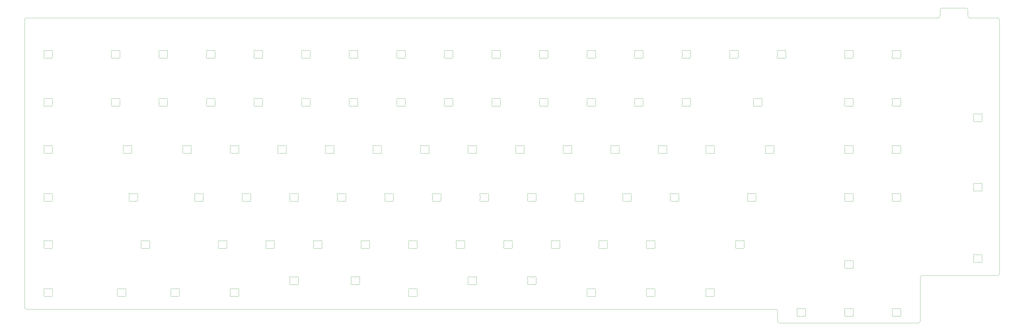
<source format=gbr>
G04 #@! TF.GenerationSoftware,KiCad,Pcbnew,(5.1.4)-1*
G04 #@! TF.CreationDate,2024-04-11T21:59:36-07:00*
G04 #@! TF.ProjectId,keeb,6b656562-2e6b-4696-9361-645f70636258,rev?*
G04 #@! TF.SameCoordinates,Original*
G04 #@! TF.FileFunction,Profile,NP*
%FSLAX46Y46*%
G04 Gerber Fmt 4.6, Leading zero omitted, Abs format (unit mm)*
G04 Created by KiCad (PCBNEW (5.1.4)-1) date 2024-04-11 21:59:36*
%MOMM*%
%LPD*%
G04 APERTURE LIST*
%ADD10C,0.050000*%
%ADD11C,0.100000*%
G04 APERTURE END LIST*
D10*
X319087500Y-157162500D02*
X19050000Y-157162500D01*
X381000000Y-143668750D02*
X377825000Y-143668750D01*
X384175000Y-40481250D02*
X19050000Y-40481250D01*
X408781250Y-41275000D02*
X408781250Y-134143750D01*
X396875000Y-40481250D02*
X407987500Y-40481250D01*
X407987500Y-40481250D02*
G75*
G02X408781250Y-41275000I0J-793750D01*
G01*
X396081250Y-37306250D02*
X396081250Y-39687500D01*
X396875000Y-40481250D02*
G75*
G02X396081250Y-39687500I0J793750D01*
G01*
X319881250Y-157956250D02*
X319881250Y-161925000D01*
X18256250Y-153987500D02*
X18256250Y-156368750D01*
X381000000Y-143668750D02*
X407987500Y-143668750D01*
X377031250Y-144462500D02*
X377031250Y-161925000D01*
X408781250Y-134143750D02*
X408781250Y-142875000D01*
X18256250Y-41275000D02*
X18256250Y-153987500D01*
X18256250Y-41275000D02*
G75*
G02X19050000Y-40481250I793750J0D01*
G01*
X19050000Y-157162500D02*
G75*
G02X18256250Y-156368750I0J793750D01*
G01*
X319087500Y-157162500D02*
G75*
G02X319881250Y-157956250I0J-793750D01*
G01*
X320675000Y-162718750D02*
X376237500Y-162718750D01*
X320675000Y-162718750D02*
G75*
G02X319881250Y-161925000I0J793750D01*
G01*
X384968750Y-37306250D02*
X384968750Y-39687500D01*
X395287500Y-36512500D02*
X385762500Y-36512500D01*
X377031250Y-161925000D02*
G75*
G02X376237500Y-162718750I-793750J0D01*
G01*
X377031250Y-144462500D02*
G75*
G02X377825000Y-143668750I793750J0D01*
G01*
X408781250Y-142875000D02*
G75*
G02X407987500Y-143668750I-793750J0D01*
G01*
X395287500Y-36512500D02*
G75*
G02X396081250Y-37306250I0J-793750D01*
G01*
X384968750Y-37306250D02*
G75*
G02X385762500Y-36512500I793750J0D01*
G01*
X384968750Y-39687500D02*
G75*
G02X384175000Y-40481250I-793750J0D01*
G01*
D11*
X146302960Y-110826702D02*
G75*
G02X146050702Y-110895001I-252258J431701D01*
G01*
X144461798Y-110895001D02*
G75*
G02X144209539Y-110826702I0J500000D01*
G01*
X143506766Y-111475282D02*
G75*
G02X144209539Y-110826702I450515J216879D01*
G01*
X143506766Y-111475281D02*
G75*
G02X143556251Y-111692159I-450515J-216878D01*
G01*
X143556251Y-113097844D02*
G75*
G02X143506766Y-113314721I-500000J1D01*
G01*
X144209539Y-113963298D02*
G75*
G02X143506766Y-113314721I-252258J431700D01*
G01*
X144209539Y-113963299D02*
G75*
G02X144461797Y-113895000I252258J-431701D01*
G01*
X146050703Y-113895001D02*
G75*
G02X146302961Y-113963300I-1J-499999D01*
G01*
X147005734Y-113314721D02*
G75*
G02X146302961Y-113963300I-450515J-216878D01*
G01*
X147005734Y-113314721D02*
G75*
G02X146956249Y-113097843I450515J216878D01*
G01*
X146956249Y-111692158D02*
G75*
G02X147005734Y-111475281I500000J-1D01*
G01*
X146302961Y-110826704D02*
G75*
G02X147005734Y-111475281I252258J-431700D01*
G01*
X146956249Y-111692159D02*
X146956249Y-113097843D01*
X146050702Y-113895000D02*
X144461797Y-113895000D01*
X143556251Y-113097843D02*
X143556251Y-111692159D01*
X144461798Y-110895001D02*
X146050702Y-110895001D01*
X368552960Y-156864202D02*
G75*
G02X368300702Y-156932501I-252258J431701D01*
G01*
X366711798Y-156932501D02*
G75*
G02X366459539Y-156864202I0J500000D01*
G01*
X365756766Y-157512782D02*
G75*
G02X366459539Y-156864202I450515J216879D01*
G01*
X365756766Y-157512781D02*
G75*
G02X365806251Y-157729659I-450515J-216878D01*
G01*
X365806251Y-159135344D02*
G75*
G02X365756766Y-159352221I-500000J1D01*
G01*
X366459539Y-160000798D02*
G75*
G02X365756766Y-159352221I-252258J431700D01*
G01*
X366459539Y-160000799D02*
G75*
G02X366711797Y-159932500I252258J-431701D01*
G01*
X368300703Y-159932501D02*
G75*
G02X368552961Y-160000800I-1J-499999D01*
G01*
X369255734Y-159352221D02*
G75*
G02X368552961Y-160000800I-450515J-216878D01*
G01*
X369255734Y-159352221D02*
G75*
G02X369206249Y-159135343I450515J216878D01*
G01*
X369206249Y-157729658D02*
G75*
G02X369255734Y-157512781I500000J-1D01*
G01*
X368552961Y-156864204D02*
G75*
G02X369255734Y-157512781I252258J-431700D01*
G01*
X369206249Y-157729659D02*
X369206249Y-159135343D01*
X368300702Y-159932500D02*
X366711797Y-159932500D01*
X365806251Y-159135343D02*
X365806251Y-157729659D01*
X366711798Y-156932501D02*
X368300702Y-156932501D01*
X349502960Y-156864202D02*
G75*
G02X349250702Y-156932501I-252258J431701D01*
G01*
X347661798Y-156932501D02*
G75*
G02X347409539Y-156864202I0J500000D01*
G01*
X346706766Y-157512782D02*
G75*
G02X347409539Y-156864202I450515J216879D01*
G01*
X346706766Y-157512781D02*
G75*
G02X346756251Y-157729659I-450515J-216878D01*
G01*
X346756251Y-159135344D02*
G75*
G02X346706766Y-159352221I-500000J1D01*
G01*
X347409539Y-160000798D02*
G75*
G02X346706766Y-159352221I-252258J431700D01*
G01*
X347409539Y-160000799D02*
G75*
G02X347661797Y-159932500I252258J-431701D01*
G01*
X349250703Y-159932501D02*
G75*
G02X349502961Y-160000800I-1J-499999D01*
G01*
X350205734Y-159352221D02*
G75*
G02X349502961Y-160000800I-450515J-216878D01*
G01*
X350205734Y-159352221D02*
G75*
G02X350156249Y-159135343I450515J216878D01*
G01*
X350156249Y-157729658D02*
G75*
G02X350205734Y-157512781I500000J-1D01*
G01*
X349502961Y-156864204D02*
G75*
G02X350205734Y-157512781I252258J-431700D01*
G01*
X350156249Y-157729659D02*
X350156249Y-159135343D01*
X349250702Y-159932500D02*
X347661797Y-159932500D01*
X346756251Y-159135343D02*
X346756251Y-157729659D01*
X347661798Y-156932501D02*
X349250702Y-156932501D01*
X330452960Y-156864202D02*
G75*
G02X330200702Y-156932501I-252258J431701D01*
G01*
X328611798Y-156932501D02*
G75*
G02X328359539Y-156864202I0J500000D01*
G01*
X327656766Y-157512782D02*
G75*
G02X328359539Y-156864202I450515J216879D01*
G01*
X327656766Y-157512781D02*
G75*
G02X327706251Y-157729659I-450515J-216878D01*
G01*
X327706251Y-159135344D02*
G75*
G02X327656766Y-159352221I-500000J1D01*
G01*
X328359539Y-160000798D02*
G75*
G02X327656766Y-159352221I-252258J431700D01*
G01*
X328359539Y-160000799D02*
G75*
G02X328611797Y-159932500I252258J-431701D01*
G01*
X330200703Y-159932501D02*
G75*
G02X330452961Y-160000800I-1J-499999D01*
G01*
X331155734Y-159352221D02*
G75*
G02X330452961Y-160000800I-450515J-216878D01*
G01*
X331155734Y-159352221D02*
G75*
G02X331106249Y-159135343I450515J216878D01*
G01*
X331106249Y-157729658D02*
G75*
G02X331155734Y-157512781I500000J-1D01*
G01*
X330452961Y-156864204D02*
G75*
G02X331155734Y-157512781I252258J-431700D01*
G01*
X331106249Y-157729659D02*
X331106249Y-159135343D01*
X330200702Y-159932500D02*
X328611797Y-159932500D01*
X327706251Y-159135343D02*
X327706251Y-157729659D01*
X328611798Y-156932501D02*
X330200702Y-156932501D01*
X292099298Y-148995001D02*
X293688202Y-148995001D01*
X291193751Y-151197843D02*
X291193751Y-149792159D01*
X293688202Y-151995000D02*
X292099297Y-151995000D01*
X294593749Y-149792159D02*
X294593749Y-151197843D01*
X293940461Y-148926704D02*
G75*
G02X294643234Y-149575281I252258J-431700D01*
G01*
X294593749Y-149792158D02*
G75*
G02X294643234Y-149575281I500000J-1D01*
G01*
X294643234Y-151414721D02*
G75*
G02X294593749Y-151197843I450515J216878D01*
G01*
X294643234Y-151414721D02*
G75*
G02X293940461Y-152063300I-450515J-216878D01*
G01*
X293688203Y-151995001D02*
G75*
G02X293940461Y-152063300I-1J-499999D01*
G01*
X291847039Y-152063299D02*
G75*
G02X292099297Y-151995000I252258J-431701D01*
G01*
X291847039Y-152063298D02*
G75*
G02X291144266Y-151414721I-252258J431700D01*
G01*
X291193751Y-151197844D02*
G75*
G02X291144266Y-151414721I-500000J1D01*
G01*
X291144266Y-149575281D02*
G75*
G02X291193751Y-149792159I-450515J-216878D01*
G01*
X291144266Y-149575282D02*
G75*
G02X291847039Y-148926702I450515J216879D01*
G01*
X292099298Y-148995001D02*
G75*
G02X291847039Y-148926702I0J500000D01*
G01*
X293940460Y-148926702D02*
G75*
G02X293688202Y-148995001I-252258J431701D01*
G01*
X270127960Y-148926702D02*
G75*
G02X269875702Y-148995001I-252258J431701D01*
G01*
X268286798Y-148995001D02*
G75*
G02X268034539Y-148926702I0J500000D01*
G01*
X267331766Y-149575282D02*
G75*
G02X268034539Y-148926702I450515J216879D01*
G01*
X267331766Y-149575281D02*
G75*
G02X267381251Y-149792159I-450515J-216878D01*
G01*
X267381251Y-151197844D02*
G75*
G02X267331766Y-151414721I-500000J1D01*
G01*
X268034539Y-152063298D02*
G75*
G02X267331766Y-151414721I-252258J431700D01*
G01*
X268034539Y-152063299D02*
G75*
G02X268286797Y-151995000I252258J-431701D01*
G01*
X269875703Y-151995001D02*
G75*
G02X270127961Y-152063300I-1J-499999D01*
G01*
X270830734Y-151414721D02*
G75*
G02X270127961Y-152063300I-450515J-216878D01*
G01*
X270830734Y-151414721D02*
G75*
G02X270781249Y-151197843I450515J216878D01*
G01*
X270781249Y-149792158D02*
G75*
G02X270830734Y-149575281I500000J-1D01*
G01*
X270127961Y-148926704D02*
G75*
G02X270830734Y-149575281I252258J-431700D01*
G01*
X270781249Y-149792159D02*
X270781249Y-151197843D01*
X269875702Y-151995000D02*
X268286797Y-151995000D01*
X267381251Y-151197843D02*
X267381251Y-149792159D01*
X268286798Y-148995001D02*
X269875702Y-148995001D01*
X246315460Y-148926702D02*
G75*
G02X246063202Y-148995001I-252258J431701D01*
G01*
X244474298Y-148995001D02*
G75*
G02X244222039Y-148926702I0J500000D01*
G01*
X243519266Y-149575282D02*
G75*
G02X244222039Y-148926702I450515J216879D01*
G01*
X243519266Y-149575281D02*
G75*
G02X243568751Y-149792159I-450515J-216878D01*
G01*
X243568751Y-151197844D02*
G75*
G02X243519266Y-151414721I-500000J1D01*
G01*
X244222039Y-152063298D02*
G75*
G02X243519266Y-151414721I-252258J431700D01*
G01*
X244222039Y-152063299D02*
G75*
G02X244474297Y-151995000I252258J-431701D01*
G01*
X246063203Y-151995001D02*
G75*
G02X246315461Y-152063300I-1J-499999D01*
G01*
X247018234Y-151414721D02*
G75*
G02X246315461Y-152063300I-450515J-216878D01*
G01*
X247018234Y-151414721D02*
G75*
G02X246968749Y-151197843I450515J216878D01*
G01*
X246968749Y-149792158D02*
G75*
G02X247018234Y-149575281I500000J-1D01*
G01*
X246315461Y-148926704D02*
G75*
G02X247018234Y-149575281I252258J-431700D01*
G01*
X246968749Y-149792159D02*
X246968749Y-151197843D01*
X246063202Y-151995000D02*
X244474297Y-151995000D01*
X243568751Y-151197843D02*
X243568751Y-149792159D01*
X244474298Y-148995001D02*
X246063202Y-148995001D01*
X220661798Y-144232501D02*
X222250702Y-144232501D01*
X219756251Y-146435343D02*
X219756251Y-145029659D01*
X222250702Y-147232500D02*
X220661797Y-147232500D01*
X223156249Y-145029659D02*
X223156249Y-146435343D01*
X222502961Y-144164204D02*
G75*
G02X223205734Y-144812781I252258J-431700D01*
G01*
X223156249Y-145029658D02*
G75*
G02X223205734Y-144812781I500000J-1D01*
G01*
X223205734Y-146652221D02*
G75*
G02X223156249Y-146435343I450515J216878D01*
G01*
X223205734Y-146652221D02*
G75*
G02X222502961Y-147300800I-450515J-216878D01*
G01*
X222250703Y-147232501D02*
G75*
G02X222502961Y-147300800I-1J-499999D01*
G01*
X220409539Y-147300799D02*
G75*
G02X220661797Y-147232500I252258J-431701D01*
G01*
X220409539Y-147300798D02*
G75*
G02X219706766Y-146652221I-252258J431700D01*
G01*
X219756251Y-146435344D02*
G75*
G02X219706766Y-146652221I-500000J1D01*
G01*
X219706766Y-144812781D02*
G75*
G02X219756251Y-145029659I-450515J-216878D01*
G01*
X219706766Y-144812782D02*
G75*
G02X220409539Y-144164202I450515J216879D01*
G01*
X220661798Y-144232501D02*
G75*
G02X220409539Y-144164202I0J500000D01*
G01*
X222502960Y-144164202D02*
G75*
G02X222250702Y-144232501I-252258J431701D01*
G01*
X198690460Y-144164202D02*
G75*
G02X198438202Y-144232501I-252258J431701D01*
G01*
X196849298Y-144232501D02*
G75*
G02X196597039Y-144164202I0J500000D01*
G01*
X195894266Y-144812782D02*
G75*
G02X196597039Y-144164202I450515J216879D01*
G01*
X195894266Y-144812781D02*
G75*
G02X195943751Y-145029659I-450515J-216878D01*
G01*
X195943751Y-146435344D02*
G75*
G02X195894266Y-146652221I-500000J1D01*
G01*
X196597039Y-147300798D02*
G75*
G02X195894266Y-146652221I-252258J431700D01*
G01*
X196597039Y-147300799D02*
G75*
G02X196849297Y-147232500I252258J-431701D01*
G01*
X198438203Y-147232501D02*
G75*
G02X198690461Y-147300800I-1J-499999D01*
G01*
X199393234Y-146652221D02*
G75*
G02X198690461Y-147300800I-450515J-216878D01*
G01*
X199393234Y-146652221D02*
G75*
G02X199343749Y-146435343I450515J216878D01*
G01*
X199343749Y-145029658D02*
G75*
G02X199393234Y-144812781I500000J-1D01*
G01*
X198690461Y-144164204D02*
G75*
G02X199393234Y-144812781I252258J-431700D01*
G01*
X199343749Y-145029659D02*
X199343749Y-146435343D01*
X198438202Y-147232500D02*
X196849297Y-147232500D01*
X195943751Y-146435343D02*
X195943751Y-145029659D01*
X196849298Y-144232501D02*
X198438202Y-144232501D01*
X174877960Y-148926702D02*
G75*
G02X174625702Y-148995001I-252258J431701D01*
G01*
X173036798Y-148995001D02*
G75*
G02X172784539Y-148926702I0J500000D01*
G01*
X172081766Y-149575282D02*
G75*
G02X172784539Y-148926702I450515J216879D01*
G01*
X172081766Y-149575281D02*
G75*
G02X172131251Y-149792159I-450515J-216878D01*
G01*
X172131251Y-151197844D02*
G75*
G02X172081766Y-151414721I-500000J1D01*
G01*
X172784539Y-152063298D02*
G75*
G02X172081766Y-151414721I-252258J431700D01*
G01*
X172784539Y-152063299D02*
G75*
G02X173036797Y-151995000I252258J-431701D01*
G01*
X174625703Y-151995001D02*
G75*
G02X174877961Y-152063300I-1J-499999D01*
G01*
X175580734Y-151414721D02*
G75*
G02X174877961Y-152063300I-450515J-216878D01*
G01*
X175580734Y-151414721D02*
G75*
G02X175531249Y-151197843I450515J216878D01*
G01*
X175531249Y-149792158D02*
G75*
G02X175580734Y-149575281I500000J-1D01*
G01*
X174877961Y-148926704D02*
G75*
G02X175580734Y-149575281I252258J-431700D01*
G01*
X175531249Y-149792159D02*
X175531249Y-151197843D01*
X174625702Y-151995000D02*
X173036797Y-151995000D01*
X172131251Y-151197843D02*
X172131251Y-149792159D01*
X173036798Y-148995001D02*
X174625702Y-148995001D01*
X151859210Y-144164202D02*
G75*
G02X151606952Y-144232501I-252258J431701D01*
G01*
X150018048Y-144232501D02*
G75*
G02X149765789Y-144164202I0J500000D01*
G01*
X149063016Y-144812782D02*
G75*
G02X149765789Y-144164202I450515J216879D01*
G01*
X149063016Y-144812781D02*
G75*
G02X149112501Y-145029659I-450515J-216878D01*
G01*
X149112501Y-146435344D02*
G75*
G02X149063016Y-146652221I-500000J1D01*
G01*
X149765789Y-147300798D02*
G75*
G02X149063016Y-146652221I-252258J431700D01*
G01*
X149765789Y-147300799D02*
G75*
G02X150018047Y-147232500I252258J-431701D01*
G01*
X151606953Y-147232501D02*
G75*
G02X151859211Y-147300800I-1J-499999D01*
G01*
X152561984Y-146652221D02*
G75*
G02X151859211Y-147300800I-450515J-216878D01*
G01*
X152561984Y-146652221D02*
G75*
G02X152512499Y-146435343I450515J216878D01*
G01*
X152512499Y-145029658D02*
G75*
G02X152561984Y-144812781I500000J-1D01*
G01*
X151859211Y-144164204D02*
G75*
G02X152561984Y-144812781I252258J-431700D01*
G01*
X152512499Y-145029659D02*
X152512499Y-146435343D01*
X151606952Y-147232500D02*
X150018047Y-147232500D01*
X149112501Y-146435343D02*
X149112501Y-145029659D01*
X150018048Y-144232501D02*
X151606952Y-144232501D01*
X127252960Y-144164202D02*
G75*
G02X127000702Y-144232501I-252258J431701D01*
G01*
X125411798Y-144232501D02*
G75*
G02X125159539Y-144164202I0J500000D01*
G01*
X124456766Y-144812782D02*
G75*
G02X125159539Y-144164202I450515J216879D01*
G01*
X124456766Y-144812781D02*
G75*
G02X124506251Y-145029659I-450515J-216878D01*
G01*
X124506251Y-146435344D02*
G75*
G02X124456766Y-146652221I-500000J1D01*
G01*
X125159539Y-147300798D02*
G75*
G02X124456766Y-146652221I-252258J431700D01*
G01*
X125159539Y-147300799D02*
G75*
G02X125411797Y-147232500I252258J-431701D01*
G01*
X127000703Y-147232501D02*
G75*
G02X127252961Y-147300800I-1J-499999D01*
G01*
X127955734Y-146652221D02*
G75*
G02X127252961Y-147300800I-450515J-216878D01*
G01*
X127955734Y-146652221D02*
G75*
G02X127906249Y-146435343I450515J216878D01*
G01*
X127906249Y-145029658D02*
G75*
G02X127955734Y-144812781I500000J-1D01*
G01*
X127252961Y-144164204D02*
G75*
G02X127955734Y-144812781I252258J-431700D01*
G01*
X127906249Y-145029659D02*
X127906249Y-146435343D01*
X127000702Y-147232500D02*
X125411797Y-147232500D01*
X124506251Y-146435343D02*
X124506251Y-145029659D01*
X125411798Y-144232501D02*
X127000702Y-144232501D01*
X103440460Y-148926702D02*
G75*
G02X103188202Y-148995001I-252258J431701D01*
G01*
X101599298Y-148995001D02*
G75*
G02X101347039Y-148926702I0J500000D01*
G01*
X100644266Y-149575282D02*
G75*
G02X101347039Y-148926702I450515J216879D01*
G01*
X100644266Y-149575281D02*
G75*
G02X100693751Y-149792159I-450515J-216878D01*
G01*
X100693751Y-151197844D02*
G75*
G02X100644266Y-151414721I-500000J1D01*
G01*
X101347039Y-152063298D02*
G75*
G02X100644266Y-151414721I-252258J431700D01*
G01*
X101347039Y-152063299D02*
G75*
G02X101599297Y-151995000I252258J-431701D01*
G01*
X103188203Y-151995001D02*
G75*
G02X103440461Y-152063300I-1J-499999D01*
G01*
X104143234Y-151414721D02*
G75*
G02X103440461Y-152063300I-450515J-216878D01*
G01*
X104143234Y-151414721D02*
G75*
G02X104093749Y-151197843I450515J216878D01*
G01*
X104093749Y-149792158D02*
G75*
G02X104143234Y-149575281I500000J-1D01*
G01*
X103440461Y-148926704D02*
G75*
G02X104143234Y-149575281I252258J-431700D01*
G01*
X104093749Y-149792159D02*
X104093749Y-151197843D01*
X103188202Y-151995000D02*
X101599297Y-151995000D01*
X100693751Y-151197843D02*
X100693751Y-149792159D01*
X101599298Y-148995001D02*
X103188202Y-148995001D01*
X79627960Y-148926702D02*
G75*
G02X79375702Y-148995001I-252258J431701D01*
G01*
X77786798Y-148995001D02*
G75*
G02X77534539Y-148926702I0J500000D01*
G01*
X76831766Y-149575282D02*
G75*
G02X77534539Y-148926702I450515J216879D01*
G01*
X76831766Y-149575281D02*
G75*
G02X76881251Y-149792159I-450515J-216878D01*
G01*
X76881251Y-151197844D02*
G75*
G02X76831766Y-151414721I-500000J1D01*
G01*
X77534539Y-152063298D02*
G75*
G02X76831766Y-151414721I-252258J431700D01*
G01*
X77534539Y-152063299D02*
G75*
G02X77786797Y-151995000I252258J-431701D01*
G01*
X79375703Y-151995001D02*
G75*
G02X79627961Y-152063300I-1J-499999D01*
G01*
X80330734Y-151414721D02*
G75*
G02X79627961Y-152063300I-450515J-216878D01*
G01*
X80330734Y-151414721D02*
G75*
G02X80281249Y-151197843I450515J216878D01*
G01*
X80281249Y-149792158D02*
G75*
G02X80330734Y-149575281I500000J-1D01*
G01*
X79627961Y-148926704D02*
G75*
G02X80330734Y-149575281I252258J-431700D01*
G01*
X80281249Y-149792159D02*
X80281249Y-151197843D01*
X79375702Y-151995000D02*
X77786797Y-151995000D01*
X76881251Y-151197843D02*
X76881251Y-149792159D01*
X77786798Y-148995001D02*
X79375702Y-148995001D01*
X58196710Y-148926702D02*
G75*
G02X57944452Y-148995001I-252258J431701D01*
G01*
X56355548Y-148995001D02*
G75*
G02X56103289Y-148926702I0J500000D01*
G01*
X55400516Y-149575282D02*
G75*
G02X56103289Y-148926702I450515J216879D01*
G01*
X55400516Y-149575281D02*
G75*
G02X55450001Y-149792159I-450515J-216878D01*
G01*
X55450001Y-151197844D02*
G75*
G02X55400516Y-151414721I-500000J1D01*
G01*
X56103289Y-152063298D02*
G75*
G02X55400516Y-151414721I-252258J431700D01*
G01*
X56103289Y-152063299D02*
G75*
G02X56355547Y-151995000I252258J-431701D01*
G01*
X57944453Y-151995001D02*
G75*
G02X58196711Y-152063300I-1J-499999D01*
G01*
X58899484Y-151414721D02*
G75*
G02X58196711Y-152063300I-450515J-216878D01*
G01*
X58899484Y-151414721D02*
G75*
G02X58849999Y-151197843I450515J216878D01*
G01*
X58849999Y-149792158D02*
G75*
G02X58899484Y-149575281I500000J-1D01*
G01*
X58196711Y-148926704D02*
G75*
G02X58899484Y-149575281I252258J-431700D01*
G01*
X58849999Y-149792159D02*
X58849999Y-151197843D01*
X57944452Y-151995000D02*
X56355547Y-151995000D01*
X55450001Y-151197843D02*
X55450001Y-149792159D01*
X56355548Y-148995001D02*
X57944452Y-148995001D01*
X28827960Y-148926702D02*
G75*
G02X28575702Y-148995001I-252258J431701D01*
G01*
X26986798Y-148995001D02*
G75*
G02X26734539Y-148926702I0J500000D01*
G01*
X26031766Y-149575282D02*
G75*
G02X26734539Y-148926702I450515J216879D01*
G01*
X26031766Y-149575281D02*
G75*
G02X26081251Y-149792159I-450515J-216878D01*
G01*
X26081251Y-151197844D02*
G75*
G02X26031766Y-151414721I-500000J1D01*
G01*
X26734539Y-152063298D02*
G75*
G02X26031766Y-151414721I-252258J431700D01*
G01*
X26734539Y-152063299D02*
G75*
G02X26986797Y-151995000I252258J-431701D01*
G01*
X28575703Y-151995001D02*
G75*
G02X28827961Y-152063300I-1J-499999D01*
G01*
X29530734Y-151414721D02*
G75*
G02X28827961Y-152063300I-450515J-216878D01*
G01*
X29530734Y-151414721D02*
G75*
G02X29481249Y-151197843I450515J216878D01*
G01*
X29481249Y-149792158D02*
G75*
G02X29530734Y-149575281I500000J-1D01*
G01*
X28827961Y-148926704D02*
G75*
G02X29530734Y-149575281I252258J-431700D01*
G01*
X29481249Y-149792159D02*
X29481249Y-151197843D01*
X28575702Y-151995000D02*
X26986797Y-151995000D01*
X26081251Y-151197843D02*
X26081251Y-149792159D01*
X26986798Y-148995001D02*
X28575702Y-148995001D01*
X347409540Y-140792048D02*
G75*
G02X347661798Y-140723749I252258J-431701D01*
G01*
X349250702Y-140723749D02*
G75*
G02X349502961Y-140792048I0J-500000D01*
G01*
X350205734Y-140143468D02*
G75*
G02X349502961Y-140792048I-450515J-216879D01*
G01*
X350205734Y-140143469D02*
G75*
G02X350156249Y-139926591I450515J216878D01*
G01*
X350156249Y-138520906D02*
G75*
G02X350205734Y-138304029I500000J-1D01*
G01*
X349502961Y-137655452D02*
G75*
G02X350205734Y-138304029I252258J-431700D01*
G01*
X349502961Y-137655451D02*
G75*
G02X349250703Y-137723750I-252258J431701D01*
G01*
X347661797Y-137723749D02*
G75*
G02X347409539Y-137655450I1J499999D01*
G01*
X346706766Y-138304029D02*
G75*
G02X347409539Y-137655450I450515J216878D01*
G01*
X346706766Y-138304029D02*
G75*
G02X346756251Y-138520907I-450515J-216878D01*
G01*
X346756251Y-139926592D02*
G75*
G02X346706766Y-140143469I-500000J1D01*
G01*
X347409539Y-140792046D02*
G75*
G02X346706766Y-140143469I-252258J431700D01*
G01*
X346756251Y-139926591D02*
X346756251Y-138520907D01*
X347661798Y-137723750D02*
X349250703Y-137723750D01*
X350156249Y-138520907D02*
X350156249Y-139926591D01*
X349250702Y-140723749D02*
X347661798Y-140723749D01*
X303753290Y-132854548D02*
G75*
G02X304005548Y-132786249I252258J-431701D01*
G01*
X305594452Y-132786249D02*
G75*
G02X305846711Y-132854548I0J-500000D01*
G01*
X306549484Y-132205968D02*
G75*
G02X305846711Y-132854548I-450515J-216879D01*
G01*
X306549484Y-132205969D02*
G75*
G02X306499999Y-131989091I450515J216878D01*
G01*
X306499999Y-130583406D02*
G75*
G02X306549484Y-130366529I500000J-1D01*
G01*
X305846711Y-129717952D02*
G75*
G02X306549484Y-130366529I252258J-431700D01*
G01*
X305846711Y-129717951D02*
G75*
G02X305594453Y-129786250I-252258J431701D01*
G01*
X304005547Y-129786249D02*
G75*
G02X303753289Y-129717950I1J499999D01*
G01*
X303050516Y-130366529D02*
G75*
G02X303753289Y-129717950I450515J216878D01*
G01*
X303050516Y-130366529D02*
G75*
G02X303100001Y-130583407I-450515J-216878D01*
G01*
X303100001Y-131989092D02*
G75*
G02X303050516Y-132205969I-500000J1D01*
G01*
X303753289Y-132854546D02*
G75*
G02X303050516Y-132205969I-252258J431700D01*
G01*
X303100001Y-131989091D02*
X303100001Y-130583407D01*
X304005548Y-129786250D02*
X305594453Y-129786250D01*
X306499999Y-130583407D02*
X306499999Y-131989091D01*
X305594452Y-132786249D02*
X304005548Y-132786249D01*
X268034540Y-132854548D02*
G75*
G02X268286798Y-132786249I252258J-431701D01*
G01*
X269875702Y-132786249D02*
G75*
G02X270127961Y-132854548I0J-500000D01*
G01*
X270830734Y-132205968D02*
G75*
G02X270127961Y-132854548I-450515J-216879D01*
G01*
X270830734Y-132205969D02*
G75*
G02X270781249Y-131989091I450515J216878D01*
G01*
X270781249Y-130583406D02*
G75*
G02X270830734Y-130366529I500000J-1D01*
G01*
X270127961Y-129717952D02*
G75*
G02X270830734Y-130366529I252258J-431700D01*
G01*
X270127961Y-129717951D02*
G75*
G02X269875703Y-129786250I-252258J431701D01*
G01*
X268286797Y-129786249D02*
G75*
G02X268034539Y-129717950I1J499999D01*
G01*
X267331766Y-130366529D02*
G75*
G02X268034539Y-129717950I450515J216878D01*
G01*
X267331766Y-130366529D02*
G75*
G02X267381251Y-130583407I-450515J-216878D01*
G01*
X267381251Y-131989092D02*
G75*
G02X267331766Y-132205969I-500000J1D01*
G01*
X268034539Y-132854546D02*
G75*
G02X267331766Y-132205969I-252258J431700D01*
G01*
X267381251Y-131989091D02*
X267381251Y-130583407D01*
X268286798Y-129786250D02*
X269875703Y-129786250D01*
X270781249Y-130583407D02*
X270781249Y-131989091D01*
X269875702Y-132786249D02*
X268286798Y-132786249D01*
X248984540Y-132854548D02*
G75*
G02X249236798Y-132786249I252258J-431701D01*
G01*
X250825702Y-132786249D02*
G75*
G02X251077961Y-132854548I0J-500000D01*
G01*
X251780734Y-132205968D02*
G75*
G02X251077961Y-132854548I-450515J-216879D01*
G01*
X251780734Y-132205969D02*
G75*
G02X251731249Y-131989091I450515J216878D01*
G01*
X251731249Y-130583406D02*
G75*
G02X251780734Y-130366529I500000J-1D01*
G01*
X251077961Y-129717952D02*
G75*
G02X251780734Y-130366529I252258J-431700D01*
G01*
X251077961Y-129717951D02*
G75*
G02X250825703Y-129786250I-252258J431701D01*
G01*
X249236797Y-129786249D02*
G75*
G02X248984539Y-129717950I1J499999D01*
G01*
X248281766Y-130366529D02*
G75*
G02X248984539Y-129717950I450515J216878D01*
G01*
X248281766Y-130366529D02*
G75*
G02X248331251Y-130583407I-450515J-216878D01*
G01*
X248331251Y-131989092D02*
G75*
G02X248281766Y-132205969I-500000J1D01*
G01*
X248984539Y-132854546D02*
G75*
G02X248281766Y-132205969I-252258J431700D01*
G01*
X248331251Y-131989091D02*
X248331251Y-130583407D01*
X249236798Y-129786250D02*
X250825703Y-129786250D01*
X251731249Y-130583407D02*
X251731249Y-131989091D01*
X250825702Y-132786249D02*
X249236798Y-132786249D01*
X229934540Y-132854548D02*
G75*
G02X230186798Y-132786249I252258J-431701D01*
G01*
X231775702Y-132786249D02*
G75*
G02X232027961Y-132854548I0J-500000D01*
G01*
X232730734Y-132205968D02*
G75*
G02X232027961Y-132854548I-450515J-216879D01*
G01*
X232730734Y-132205969D02*
G75*
G02X232681249Y-131989091I450515J216878D01*
G01*
X232681249Y-130583406D02*
G75*
G02X232730734Y-130366529I500000J-1D01*
G01*
X232027961Y-129717952D02*
G75*
G02X232730734Y-130366529I252258J-431700D01*
G01*
X232027961Y-129717951D02*
G75*
G02X231775703Y-129786250I-252258J431701D01*
G01*
X230186797Y-129786249D02*
G75*
G02X229934539Y-129717950I1J499999D01*
G01*
X229231766Y-130366529D02*
G75*
G02X229934539Y-129717950I450515J216878D01*
G01*
X229231766Y-130366529D02*
G75*
G02X229281251Y-130583407I-450515J-216878D01*
G01*
X229281251Y-131989092D02*
G75*
G02X229231766Y-132205969I-500000J1D01*
G01*
X229934539Y-132854546D02*
G75*
G02X229231766Y-132205969I-252258J431700D01*
G01*
X229281251Y-131989091D02*
X229281251Y-130583407D01*
X230186798Y-129786250D02*
X231775703Y-129786250D01*
X232681249Y-130583407D02*
X232681249Y-131989091D01*
X231775702Y-132786249D02*
X230186798Y-132786249D01*
X210884540Y-132854548D02*
G75*
G02X211136798Y-132786249I252258J-431701D01*
G01*
X212725702Y-132786249D02*
G75*
G02X212977961Y-132854548I0J-500000D01*
G01*
X213680734Y-132205968D02*
G75*
G02X212977961Y-132854548I-450515J-216879D01*
G01*
X213680734Y-132205969D02*
G75*
G02X213631249Y-131989091I450515J216878D01*
G01*
X213631249Y-130583406D02*
G75*
G02X213680734Y-130366529I500000J-1D01*
G01*
X212977961Y-129717952D02*
G75*
G02X213680734Y-130366529I252258J-431700D01*
G01*
X212977961Y-129717951D02*
G75*
G02X212725703Y-129786250I-252258J431701D01*
G01*
X211136797Y-129786249D02*
G75*
G02X210884539Y-129717950I1J499999D01*
G01*
X210181766Y-130366529D02*
G75*
G02X210884539Y-129717950I450515J216878D01*
G01*
X210181766Y-130366529D02*
G75*
G02X210231251Y-130583407I-450515J-216878D01*
G01*
X210231251Y-131989092D02*
G75*
G02X210181766Y-132205969I-500000J1D01*
G01*
X210884539Y-132854546D02*
G75*
G02X210181766Y-132205969I-252258J431700D01*
G01*
X210231251Y-131989091D02*
X210231251Y-130583407D01*
X211136798Y-129786250D02*
X212725703Y-129786250D01*
X213631249Y-130583407D02*
X213631249Y-131989091D01*
X212725702Y-132786249D02*
X211136798Y-132786249D01*
X191834540Y-132854548D02*
G75*
G02X192086798Y-132786249I252258J-431701D01*
G01*
X193675702Y-132786249D02*
G75*
G02X193927961Y-132854548I0J-500000D01*
G01*
X194630734Y-132205968D02*
G75*
G02X193927961Y-132854548I-450515J-216879D01*
G01*
X194630734Y-132205969D02*
G75*
G02X194581249Y-131989091I450515J216878D01*
G01*
X194581249Y-130583406D02*
G75*
G02X194630734Y-130366529I500000J-1D01*
G01*
X193927961Y-129717952D02*
G75*
G02X194630734Y-130366529I252258J-431700D01*
G01*
X193927961Y-129717951D02*
G75*
G02X193675703Y-129786250I-252258J431701D01*
G01*
X192086797Y-129786249D02*
G75*
G02X191834539Y-129717950I1J499999D01*
G01*
X191131766Y-130366529D02*
G75*
G02X191834539Y-129717950I450515J216878D01*
G01*
X191131766Y-130366529D02*
G75*
G02X191181251Y-130583407I-450515J-216878D01*
G01*
X191181251Y-131989092D02*
G75*
G02X191131766Y-132205969I-500000J1D01*
G01*
X191834539Y-132854546D02*
G75*
G02X191131766Y-132205969I-252258J431700D01*
G01*
X191181251Y-131989091D02*
X191181251Y-130583407D01*
X192086798Y-129786250D02*
X193675703Y-129786250D01*
X194581249Y-130583407D02*
X194581249Y-131989091D01*
X193675702Y-132786249D02*
X192086798Y-132786249D01*
X172784540Y-132854548D02*
G75*
G02X173036798Y-132786249I252258J-431701D01*
G01*
X174625702Y-132786249D02*
G75*
G02X174877961Y-132854548I0J-500000D01*
G01*
X175580734Y-132205968D02*
G75*
G02X174877961Y-132854548I-450515J-216879D01*
G01*
X175580734Y-132205969D02*
G75*
G02X175531249Y-131989091I450515J216878D01*
G01*
X175531249Y-130583406D02*
G75*
G02X175580734Y-130366529I500000J-1D01*
G01*
X174877961Y-129717952D02*
G75*
G02X175580734Y-130366529I252258J-431700D01*
G01*
X174877961Y-129717951D02*
G75*
G02X174625703Y-129786250I-252258J431701D01*
G01*
X173036797Y-129786249D02*
G75*
G02X172784539Y-129717950I1J499999D01*
G01*
X172081766Y-130366529D02*
G75*
G02X172784539Y-129717950I450515J216878D01*
G01*
X172081766Y-130366529D02*
G75*
G02X172131251Y-130583407I-450515J-216878D01*
G01*
X172131251Y-131989092D02*
G75*
G02X172081766Y-132205969I-500000J1D01*
G01*
X172784539Y-132854546D02*
G75*
G02X172081766Y-132205969I-252258J431700D01*
G01*
X172131251Y-131989091D02*
X172131251Y-130583407D01*
X173036798Y-129786250D02*
X174625703Y-129786250D01*
X175531249Y-130583407D02*
X175531249Y-131989091D01*
X174625702Y-132786249D02*
X173036798Y-132786249D01*
X153734540Y-132854548D02*
G75*
G02X153986798Y-132786249I252258J-431701D01*
G01*
X155575702Y-132786249D02*
G75*
G02X155827961Y-132854548I0J-500000D01*
G01*
X156530734Y-132205968D02*
G75*
G02X155827961Y-132854548I-450515J-216879D01*
G01*
X156530734Y-132205969D02*
G75*
G02X156481249Y-131989091I450515J216878D01*
G01*
X156481249Y-130583406D02*
G75*
G02X156530734Y-130366529I500000J-1D01*
G01*
X155827961Y-129717952D02*
G75*
G02X156530734Y-130366529I252258J-431700D01*
G01*
X155827961Y-129717951D02*
G75*
G02X155575703Y-129786250I-252258J431701D01*
G01*
X153986797Y-129786249D02*
G75*
G02X153734539Y-129717950I1J499999D01*
G01*
X153031766Y-130366529D02*
G75*
G02X153734539Y-129717950I450515J216878D01*
G01*
X153031766Y-130366529D02*
G75*
G02X153081251Y-130583407I-450515J-216878D01*
G01*
X153081251Y-131989092D02*
G75*
G02X153031766Y-132205969I-500000J1D01*
G01*
X153734539Y-132854546D02*
G75*
G02X153031766Y-132205969I-252258J431700D01*
G01*
X153081251Y-131989091D02*
X153081251Y-130583407D01*
X153986798Y-129786250D02*
X155575703Y-129786250D01*
X156481249Y-130583407D02*
X156481249Y-131989091D01*
X155575702Y-132786249D02*
X153986798Y-132786249D01*
X134684540Y-132854548D02*
G75*
G02X134936798Y-132786249I252258J-431701D01*
G01*
X136525702Y-132786249D02*
G75*
G02X136777961Y-132854548I0J-500000D01*
G01*
X137480734Y-132205968D02*
G75*
G02X136777961Y-132854548I-450515J-216879D01*
G01*
X137480734Y-132205969D02*
G75*
G02X137431249Y-131989091I450515J216878D01*
G01*
X137431249Y-130583406D02*
G75*
G02X137480734Y-130366529I500000J-1D01*
G01*
X136777961Y-129717952D02*
G75*
G02X137480734Y-130366529I252258J-431700D01*
G01*
X136777961Y-129717951D02*
G75*
G02X136525703Y-129786250I-252258J431701D01*
G01*
X134936797Y-129786249D02*
G75*
G02X134684539Y-129717950I1J499999D01*
G01*
X133981766Y-130366529D02*
G75*
G02X134684539Y-129717950I450515J216878D01*
G01*
X133981766Y-130366529D02*
G75*
G02X134031251Y-130583407I-450515J-216878D01*
G01*
X134031251Y-131989092D02*
G75*
G02X133981766Y-132205969I-500000J1D01*
G01*
X134684539Y-132854546D02*
G75*
G02X133981766Y-132205969I-252258J431700D01*
G01*
X134031251Y-131989091D02*
X134031251Y-130583407D01*
X134936798Y-129786250D02*
X136525703Y-129786250D01*
X137431249Y-130583407D02*
X137431249Y-131989091D01*
X136525702Y-132786249D02*
X134936798Y-132786249D01*
X115634540Y-132854548D02*
G75*
G02X115886798Y-132786249I252258J-431701D01*
G01*
X117475702Y-132786249D02*
G75*
G02X117727961Y-132854548I0J-500000D01*
G01*
X118430734Y-132205968D02*
G75*
G02X117727961Y-132854548I-450515J-216879D01*
G01*
X118430734Y-132205969D02*
G75*
G02X118381249Y-131989091I450515J216878D01*
G01*
X118381249Y-130583406D02*
G75*
G02X118430734Y-130366529I500000J-1D01*
G01*
X117727961Y-129717952D02*
G75*
G02X118430734Y-130366529I252258J-431700D01*
G01*
X117727961Y-129717951D02*
G75*
G02X117475703Y-129786250I-252258J431701D01*
G01*
X115886797Y-129786249D02*
G75*
G02X115634539Y-129717950I1J499999D01*
G01*
X114931766Y-130366529D02*
G75*
G02X115634539Y-129717950I450515J216878D01*
G01*
X114931766Y-130366529D02*
G75*
G02X114981251Y-130583407I-450515J-216878D01*
G01*
X114981251Y-131989092D02*
G75*
G02X114931766Y-132205969I-500000J1D01*
G01*
X115634539Y-132854546D02*
G75*
G02X114931766Y-132205969I-252258J431700D01*
G01*
X114981251Y-131989091D02*
X114981251Y-130583407D01*
X115886798Y-129786250D02*
X117475703Y-129786250D01*
X118381249Y-130583407D02*
X118381249Y-131989091D01*
X117475702Y-132786249D02*
X115886798Y-132786249D01*
X96584540Y-132854548D02*
G75*
G02X96836798Y-132786249I252258J-431701D01*
G01*
X98425702Y-132786249D02*
G75*
G02X98677961Y-132854548I0J-500000D01*
G01*
X99380734Y-132205968D02*
G75*
G02X98677961Y-132854548I-450515J-216879D01*
G01*
X99380734Y-132205969D02*
G75*
G02X99331249Y-131989091I450515J216878D01*
G01*
X99331249Y-130583406D02*
G75*
G02X99380734Y-130366529I500000J-1D01*
G01*
X98677961Y-129717952D02*
G75*
G02X99380734Y-130366529I252258J-431700D01*
G01*
X98677961Y-129717951D02*
G75*
G02X98425703Y-129786250I-252258J431701D01*
G01*
X96836797Y-129786249D02*
G75*
G02X96584539Y-129717950I1J499999D01*
G01*
X95881766Y-130366529D02*
G75*
G02X96584539Y-129717950I450515J216878D01*
G01*
X95881766Y-130366529D02*
G75*
G02X95931251Y-130583407I-450515J-216878D01*
G01*
X95931251Y-131989092D02*
G75*
G02X95881766Y-132205969I-500000J1D01*
G01*
X96584539Y-132854546D02*
G75*
G02X95881766Y-132205969I-252258J431700D01*
G01*
X95931251Y-131989091D02*
X95931251Y-130583407D01*
X96836798Y-129786250D02*
X98425703Y-129786250D01*
X99331249Y-130583407D02*
X99331249Y-131989091D01*
X98425702Y-132786249D02*
X96836798Y-132786249D01*
X65628290Y-132854548D02*
G75*
G02X65880548Y-132786249I252258J-431701D01*
G01*
X67469452Y-132786249D02*
G75*
G02X67721711Y-132854548I0J-500000D01*
G01*
X68424484Y-132205968D02*
G75*
G02X67721711Y-132854548I-450515J-216879D01*
G01*
X68424484Y-132205969D02*
G75*
G02X68374999Y-131989091I450515J216878D01*
G01*
X68374999Y-130583406D02*
G75*
G02X68424484Y-130366529I500000J-1D01*
G01*
X67721711Y-129717952D02*
G75*
G02X68424484Y-130366529I252258J-431700D01*
G01*
X67721711Y-129717951D02*
G75*
G02X67469453Y-129786250I-252258J431701D01*
G01*
X65880547Y-129786249D02*
G75*
G02X65628289Y-129717950I1J499999D01*
G01*
X64925516Y-130366529D02*
G75*
G02X65628289Y-129717950I450515J216878D01*
G01*
X64925516Y-130366529D02*
G75*
G02X64975001Y-130583407I-450515J-216878D01*
G01*
X64975001Y-131989092D02*
G75*
G02X64925516Y-132205969I-500000J1D01*
G01*
X65628289Y-132854546D02*
G75*
G02X64925516Y-132205969I-252258J431700D01*
G01*
X64975001Y-131989091D02*
X64975001Y-130583407D01*
X65880548Y-129786250D02*
X67469453Y-129786250D01*
X68374999Y-130583407D02*
X68374999Y-131989091D01*
X67469452Y-132786249D02*
X65880548Y-132786249D01*
X26734540Y-132854548D02*
G75*
G02X26986798Y-132786249I252258J-431701D01*
G01*
X28575702Y-132786249D02*
G75*
G02X28827961Y-132854548I0J-500000D01*
G01*
X29530734Y-132205968D02*
G75*
G02X28827961Y-132854548I-450515J-216879D01*
G01*
X29530734Y-132205969D02*
G75*
G02X29481249Y-131989091I450515J216878D01*
G01*
X29481249Y-130583406D02*
G75*
G02X29530734Y-130366529I500000J-1D01*
G01*
X28827961Y-129717952D02*
G75*
G02X29530734Y-130366529I252258J-431700D01*
G01*
X28827961Y-129717951D02*
G75*
G02X28575703Y-129786250I-252258J431701D01*
G01*
X26986797Y-129786249D02*
G75*
G02X26734539Y-129717950I1J499999D01*
G01*
X26031766Y-130366529D02*
G75*
G02X26734539Y-129717950I450515J216878D01*
G01*
X26031766Y-130366529D02*
G75*
G02X26081251Y-130583407I-450515J-216878D01*
G01*
X26081251Y-131989092D02*
G75*
G02X26031766Y-132205969I-500000J1D01*
G01*
X26734539Y-132854546D02*
G75*
G02X26031766Y-132205969I-252258J431700D01*
G01*
X26081251Y-131989091D02*
X26081251Y-130583407D01*
X26986798Y-129786250D02*
X28575703Y-129786250D01*
X29481249Y-130583407D02*
X29481249Y-131989091D01*
X28575702Y-132786249D02*
X26986798Y-132786249D01*
X399003290Y-138410798D02*
G75*
G02X399255548Y-138342499I252258J-431701D01*
G01*
X400844452Y-138342499D02*
G75*
G02X401096711Y-138410798I0J-500000D01*
G01*
X401799484Y-137762218D02*
G75*
G02X401096711Y-138410798I-450515J-216879D01*
G01*
X401799484Y-137762219D02*
G75*
G02X401749999Y-137545341I450515J216878D01*
G01*
X401749999Y-136139656D02*
G75*
G02X401799484Y-135922779I500000J-1D01*
G01*
X401096711Y-135274202D02*
G75*
G02X401799484Y-135922779I252258J-431700D01*
G01*
X401096711Y-135274201D02*
G75*
G02X400844453Y-135342500I-252258J431701D01*
G01*
X399255547Y-135342499D02*
G75*
G02X399003289Y-135274200I1J499999D01*
G01*
X398300516Y-135922779D02*
G75*
G02X399003289Y-135274200I450515J216878D01*
G01*
X398300516Y-135922779D02*
G75*
G02X398350001Y-136139657I-450515J-216878D01*
G01*
X398350001Y-137545342D02*
G75*
G02X398300516Y-137762219I-500000J1D01*
G01*
X399003289Y-138410796D02*
G75*
G02X398300516Y-137762219I-252258J431700D01*
G01*
X398350001Y-137545341D02*
X398350001Y-136139657D01*
X399255548Y-135342500D02*
X400844453Y-135342500D01*
X401749999Y-136139657D02*
X401749999Y-137545341D01*
X400844452Y-138342499D02*
X399255548Y-138342499D01*
X368552960Y-110826702D02*
G75*
G02X368300702Y-110895001I-252258J431701D01*
G01*
X366711798Y-110895001D02*
G75*
G02X366459539Y-110826702I0J500000D01*
G01*
X365756766Y-111475282D02*
G75*
G02X366459539Y-110826702I450515J216879D01*
G01*
X365756766Y-111475281D02*
G75*
G02X365806251Y-111692159I-450515J-216878D01*
G01*
X365806251Y-113097844D02*
G75*
G02X365756766Y-113314721I-500000J1D01*
G01*
X366459539Y-113963298D02*
G75*
G02X365756766Y-113314721I-252258J431700D01*
G01*
X366459539Y-113963299D02*
G75*
G02X366711797Y-113895000I252258J-431701D01*
G01*
X368300703Y-113895001D02*
G75*
G02X368552961Y-113963300I-1J-499999D01*
G01*
X369255734Y-113314721D02*
G75*
G02X368552961Y-113963300I-450515J-216878D01*
G01*
X369255734Y-113314721D02*
G75*
G02X369206249Y-113097843I450515J216878D01*
G01*
X369206249Y-111692158D02*
G75*
G02X369255734Y-111475281I500000J-1D01*
G01*
X368552961Y-110826704D02*
G75*
G02X369255734Y-111475281I252258J-431700D01*
G01*
X369206249Y-111692159D02*
X369206249Y-113097843D01*
X368300702Y-113895000D02*
X366711797Y-113895000D01*
X365806251Y-113097843D02*
X365806251Y-111692159D01*
X366711798Y-110895001D02*
X368300702Y-110895001D01*
X349502960Y-110826702D02*
G75*
G02X349250702Y-110895001I-252258J431701D01*
G01*
X347661798Y-110895001D02*
G75*
G02X347409539Y-110826702I0J500000D01*
G01*
X346706766Y-111475282D02*
G75*
G02X347409539Y-110826702I450515J216879D01*
G01*
X346706766Y-111475281D02*
G75*
G02X346756251Y-111692159I-450515J-216878D01*
G01*
X346756251Y-113097844D02*
G75*
G02X346706766Y-113314721I-500000J1D01*
G01*
X347409539Y-113963298D02*
G75*
G02X346706766Y-113314721I-252258J431700D01*
G01*
X347409539Y-113963299D02*
G75*
G02X347661797Y-113895000I252258J-431701D01*
G01*
X349250703Y-113895001D02*
G75*
G02X349502961Y-113963300I-1J-499999D01*
G01*
X350205734Y-113314721D02*
G75*
G02X349502961Y-113963300I-450515J-216878D01*
G01*
X350205734Y-113314721D02*
G75*
G02X350156249Y-113097843I450515J216878D01*
G01*
X350156249Y-111692158D02*
G75*
G02X350205734Y-111475281I500000J-1D01*
G01*
X349502961Y-110826704D02*
G75*
G02X350205734Y-111475281I252258J-431700D01*
G01*
X350156249Y-111692159D02*
X350156249Y-113097843D01*
X349250702Y-113895000D02*
X347661797Y-113895000D01*
X346756251Y-113097843D02*
X346756251Y-111692159D01*
X347661798Y-110895001D02*
X349250702Y-110895001D01*
X310609210Y-110826702D02*
G75*
G02X310356952Y-110895001I-252258J431701D01*
G01*
X308768048Y-110895001D02*
G75*
G02X308515789Y-110826702I0J500000D01*
G01*
X307813016Y-111475282D02*
G75*
G02X308515789Y-110826702I450515J216879D01*
G01*
X307813016Y-111475281D02*
G75*
G02X307862501Y-111692159I-450515J-216878D01*
G01*
X307862501Y-113097844D02*
G75*
G02X307813016Y-113314721I-500000J1D01*
G01*
X308515789Y-113963298D02*
G75*
G02X307813016Y-113314721I-252258J431700D01*
G01*
X308515789Y-113963299D02*
G75*
G02X308768047Y-113895000I252258J-431701D01*
G01*
X310356953Y-113895001D02*
G75*
G02X310609211Y-113963300I-1J-499999D01*
G01*
X311311984Y-113314721D02*
G75*
G02X310609211Y-113963300I-450515J-216878D01*
G01*
X311311984Y-113314721D02*
G75*
G02X311262499Y-113097843I450515J216878D01*
G01*
X311262499Y-111692158D02*
G75*
G02X311311984Y-111475281I500000J-1D01*
G01*
X310609211Y-110826704D02*
G75*
G02X311311984Y-111475281I252258J-431700D01*
G01*
X311262499Y-111692159D02*
X311262499Y-113097843D01*
X310356952Y-113895000D02*
X308768047Y-113895000D01*
X307862501Y-113097843D02*
X307862501Y-111692159D01*
X308768048Y-110895001D02*
X310356952Y-110895001D01*
X279652960Y-110826702D02*
G75*
G02X279400702Y-110895001I-252258J431701D01*
G01*
X277811798Y-110895001D02*
G75*
G02X277559539Y-110826702I0J500000D01*
G01*
X276856766Y-111475282D02*
G75*
G02X277559539Y-110826702I450515J216879D01*
G01*
X276856766Y-111475281D02*
G75*
G02X276906251Y-111692159I-450515J-216878D01*
G01*
X276906251Y-113097844D02*
G75*
G02X276856766Y-113314721I-500000J1D01*
G01*
X277559539Y-113963298D02*
G75*
G02X276856766Y-113314721I-252258J431700D01*
G01*
X277559539Y-113963299D02*
G75*
G02X277811797Y-113895000I252258J-431701D01*
G01*
X279400703Y-113895001D02*
G75*
G02X279652961Y-113963300I-1J-499999D01*
G01*
X280355734Y-113314721D02*
G75*
G02X279652961Y-113963300I-450515J-216878D01*
G01*
X280355734Y-113314721D02*
G75*
G02X280306249Y-113097843I450515J216878D01*
G01*
X280306249Y-111692158D02*
G75*
G02X280355734Y-111475281I500000J-1D01*
G01*
X279652961Y-110826704D02*
G75*
G02X280355734Y-111475281I252258J-431700D01*
G01*
X280306249Y-111692159D02*
X280306249Y-113097843D01*
X279400702Y-113895000D02*
X277811797Y-113895000D01*
X276906251Y-113097843D02*
X276906251Y-111692159D01*
X277811798Y-110895001D02*
X279400702Y-110895001D01*
X260602960Y-110826702D02*
G75*
G02X260350702Y-110895001I-252258J431701D01*
G01*
X258761798Y-110895001D02*
G75*
G02X258509539Y-110826702I0J500000D01*
G01*
X257806766Y-111475282D02*
G75*
G02X258509539Y-110826702I450515J216879D01*
G01*
X257806766Y-111475281D02*
G75*
G02X257856251Y-111692159I-450515J-216878D01*
G01*
X257856251Y-113097844D02*
G75*
G02X257806766Y-113314721I-500000J1D01*
G01*
X258509539Y-113963298D02*
G75*
G02X257806766Y-113314721I-252258J431700D01*
G01*
X258509539Y-113963299D02*
G75*
G02X258761797Y-113895000I252258J-431701D01*
G01*
X260350703Y-113895001D02*
G75*
G02X260602961Y-113963300I-1J-499999D01*
G01*
X261305734Y-113314721D02*
G75*
G02X260602961Y-113963300I-450515J-216878D01*
G01*
X261305734Y-113314721D02*
G75*
G02X261256249Y-113097843I450515J216878D01*
G01*
X261256249Y-111692158D02*
G75*
G02X261305734Y-111475281I500000J-1D01*
G01*
X260602961Y-110826704D02*
G75*
G02X261305734Y-111475281I252258J-431700D01*
G01*
X261256249Y-111692159D02*
X261256249Y-113097843D01*
X260350702Y-113895000D02*
X258761797Y-113895000D01*
X257856251Y-113097843D02*
X257856251Y-111692159D01*
X258761798Y-110895001D02*
X260350702Y-110895001D01*
X241552960Y-110826702D02*
G75*
G02X241300702Y-110895001I-252258J431701D01*
G01*
X239711798Y-110895001D02*
G75*
G02X239459539Y-110826702I0J500000D01*
G01*
X238756766Y-111475282D02*
G75*
G02X239459539Y-110826702I450515J216879D01*
G01*
X238756766Y-111475281D02*
G75*
G02X238806251Y-111692159I-450515J-216878D01*
G01*
X238806251Y-113097844D02*
G75*
G02X238756766Y-113314721I-500000J1D01*
G01*
X239459539Y-113963298D02*
G75*
G02X238756766Y-113314721I-252258J431700D01*
G01*
X239459539Y-113963299D02*
G75*
G02X239711797Y-113895000I252258J-431701D01*
G01*
X241300703Y-113895001D02*
G75*
G02X241552961Y-113963300I-1J-499999D01*
G01*
X242255734Y-113314721D02*
G75*
G02X241552961Y-113963300I-450515J-216878D01*
G01*
X242255734Y-113314721D02*
G75*
G02X242206249Y-113097843I450515J216878D01*
G01*
X242206249Y-111692158D02*
G75*
G02X242255734Y-111475281I500000J-1D01*
G01*
X241552961Y-110826704D02*
G75*
G02X242255734Y-111475281I252258J-431700D01*
G01*
X242206249Y-111692159D02*
X242206249Y-113097843D01*
X241300702Y-113895000D02*
X239711797Y-113895000D01*
X238806251Y-113097843D02*
X238806251Y-111692159D01*
X239711798Y-110895001D02*
X241300702Y-110895001D01*
X222502960Y-110826702D02*
G75*
G02X222250702Y-110895001I-252258J431701D01*
G01*
X220661798Y-110895001D02*
G75*
G02X220409539Y-110826702I0J500000D01*
G01*
X219706766Y-111475282D02*
G75*
G02X220409539Y-110826702I450515J216879D01*
G01*
X219706766Y-111475281D02*
G75*
G02X219756251Y-111692159I-450515J-216878D01*
G01*
X219756251Y-113097844D02*
G75*
G02X219706766Y-113314721I-500000J1D01*
G01*
X220409539Y-113963298D02*
G75*
G02X219706766Y-113314721I-252258J431700D01*
G01*
X220409539Y-113963299D02*
G75*
G02X220661797Y-113895000I252258J-431701D01*
G01*
X222250703Y-113895001D02*
G75*
G02X222502961Y-113963300I-1J-499999D01*
G01*
X223205734Y-113314721D02*
G75*
G02X222502961Y-113963300I-450515J-216878D01*
G01*
X223205734Y-113314721D02*
G75*
G02X223156249Y-113097843I450515J216878D01*
G01*
X223156249Y-111692158D02*
G75*
G02X223205734Y-111475281I500000J-1D01*
G01*
X222502961Y-110826704D02*
G75*
G02X223205734Y-111475281I252258J-431700D01*
G01*
X223156249Y-111692159D02*
X223156249Y-113097843D01*
X222250702Y-113895000D02*
X220661797Y-113895000D01*
X219756251Y-113097843D02*
X219756251Y-111692159D01*
X220661798Y-110895001D02*
X222250702Y-110895001D01*
X203452960Y-110826702D02*
G75*
G02X203200702Y-110895001I-252258J431701D01*
G01*
X201611798Y-110895001D02*
G75*
G02X201359539Y-110826702I0J500000D01*
G01*
X200656766Y-111475282D02*
G75*
G02X201359539Y-110826702I450515J216879D01*
G01*
X200656766Y-111475281D02*
G75*
G02X200706251Y-111692159I-450515J-216878D01*
G01*
X200706251Y-113097844D02*
G75*
G02X200656766Y-113314721I-500000J1D01*
G01*
X201359539Y-113963298D02*
G75*
G02X200656766Y-113314721I-252258J431700D01*
G01*
X201359539Y-113963299D02*
G75*
G02X201611797Y-113895000I252258J-431701D01*
G01*
X203200703Y-113895001D02*
G75*
G02X203452961Y-113963300I-1J-499999D01*
G01*
X204155734Y-113314721D02*
G75*
G02X203452961Y-113963300I-450515J-216878D01*
G01*
X204155734Y-113314721D02*
G75*
G02X204106249Y-113097843I450515J216878D01*
G01*
X204106249Y-111692158D02*
G75*
G02X204155734Y-111475281I500000J-1D01*
G01*
X203452961Y-110826704D02*
G75*
G02X204155734Y-111475281I252258J-431700D01*
G01*
X204106249Y-111692159D02*
X204106249Y-113097843D01*
X203200702Y-113895000D02*
X201611797Y-113895000D01*
X200706251Y-113097843D02*
X200706251Y-111692159D01*
X201611798Y-110895001D02*
X203200702Y-110895001D01*
X184402960Y-110826702D02*
G75*
G02X184150702Y-110895001I-252258J431701D01*
G01*
X182561798Y-110895001D02*
G75*
G02X182309539Y-110826702I0J500000D01*
G01*
X181606766Y-111475282D02*
G75*
G02X182309539Y-110826702I450515J216879D01*
G01*
X181606766Y-111475281D02*
G75*
G02X181656251Y-111692159I-450515J-216878D01*
G01*
X181656251Y-113097844D02*
G75*
G02X181606766Y-113314721I-500000J1D01*
G01*
X182309539Y-113963298D02*
G75*
G02X181606766Y-113314721I-252258J431700D01*
G01*
X182309539Y-113963299D02*
G75*
G02X182561797Y-113895000I252258J-431701D01*
G01*
X184150703Y-113895001D02*
G75*
G02X184402961Y-113963300I-1J-499999D01*
G01*
X185105734Y-113314721D02*
G75*
G02X184402961Y-113963300I-450515J-216878D01*
G01*
X185105734Y-113314721D02*
G75*
G02X185056249Y-113097843I450515J216878D01*
G01*
X185056249Y-111692158D02*
G75*
G02X185105734Y-111475281I500000J-1D01*
G01*
X184402961Y-110826704D02*
G75*
G02X185105734Y-111475281I252258J-431700D01*
G01*
X185056249Y-111692159D02*
X185056249Y-113097843D01*
X184150702Y-113895000D02*
X182561797Y-113895000D01*
X181656251Y-113097843D02*
X181656251Y-111692159D01*
X182561798Y-110895001D02*
X184150702Y-110895001D01*
X165352960Y-110826702D02*
G75*
G02X165100702Y-110895001I-252258J431701D01*
G01*
X163511798Y-110895001D02*
G75*
G02X163259539Y-110826702I0J500000D01*
G01*
X162556766Y-111475282D02*
G75*
G02X163259539Y-110826702I450515J216879D01*
G01*
X162556766Y-111475281D02*
G75*
G02X162606251Y-111692159I-450515J-216878D01*
G01*
X162606251Y-113097844D02*
G75*
G02X162556766Y-113314721I-500000J1D01*
G01*
X163259539Y-113963298D02*
G75*
G02X162556766Y-113314721I-252258J431700D01*
G01*
X163259539Y-113963299D02*
G75*
G02X163511797Y-113895000I252258J-431701D01*
G01*
X165100703Y-113895001D02*
G75*
G02X165352961Y-113963300I-1J-499999D01*
G01*
X166055734Y-113314721D02*
G75*
G02X165352961Y-113963300I-450515J-216878D01*
G01*
X166055734Y-113314721D02*
G75*
G02X166006249Y-113097843I450515J216878D01*
G01*
X166006249Y-111692158D02*
G75*
G02X166055734Y-111475281I500000J-1D01*
G01*
X165352961Y-110826704D02*
G75*
G02X166055734Y-111475281I252258J-431700D01*
G01*
X166006249Y-111692159D02*
X166006249Y-113097843D01*
X165100702Y-113895000D02*
X163511797Y-113895000D01*
X162606251Y-113097843D02*
X162606251Y-111692159D01*
X163511798Y-110895001D02*
X165100702Y-110895001D01*
X127252960Y-110826702D02*
G75*
G02X127000702Y-110895001I-252258J431701D01*
G01*
X125411798Y-110895001D02*
G75*
G02X125159539Y-110826702I0J500000D01*
G01*
X124456766Y-111475282D02*
G75*
G02X125159539Y-110826702I450515J216879D01*
G01*
X124456766Y-111475281D02*
G75*
G02X124506251Y-111692159I-450515J-216878D01*
G01*
X124506251Y-113097844D02*
G75*
G02X124456766Y-113314721I-500000J1D01*
G01*
X125159539Y-113963298D02*
G75*
G02X124456766Y-113314721I-252258J431700D01*
G01*
X125159539Y-113963299D02*
G75*
G02X125411797Y-113895000I252258J-431701D01*
G01*
X127000703Y-113895001D02*
G75*
G02X127252961Y-113963300I-1J-499999D01*
G01*
X127955734Y-113314721D02*
G75*
G02X127252961Y-113963300I-450515J-216878D01*
G01*
X127955734Y-113314721D02*
G75*
G02X127906249Y-113097843I450515J216878D01*
G01*
X127906249Y-111692158D02*
G75*
G02X127955734Y-111475281I500000J-1D01*
G01*
X127252961Y-110826704D02*
G75*
G02X127955734Y-111475281I252258J-431700D01*
G01*
X127906249Y-111692159D02*
X127906249Y-113097843D01*
X127000702Y-113895000D02*
X125411797Y-113895000D01*
X124506251Y-113097843D02*
X124506251Y-111692159D01*
X125411798Y-110895001D02*
X127000702Y-110895001D01*
X108202960Y-110826702D02*
G75*
G02X107950702Y-110895001I-252258J431701D01*
G01*
X106361798Y-110895001D02*
G75*
G02X106109539Y-110826702I0J500000D01*
G01*
X105406766Y-111475282D02*
G75*
G02X106109539Y-110826702I450515J216879D01*
G01*
X105406766Y-111475281D02*
G75*
G02X105456251Y-111692159I-450515J-216878D01*
G01*
X105456251Y-113097844D02*
G75*
G02X105406766Y-113314721I-500000J1D01*
G01*
X106109539Y-113963298D02*
G75*
G02X105406766Y-113314721I-252258J431700D01*
G01*
X106109539Y-113963299D02*
G75*
G02X106361797Y-113895000I252258J-431701D01*
G01*
X107950703Y-113895001D02*
G75*
G02X108202961Y-113963300I-1J-499999D01*
G01*
X108905734Y-113314721D02*
G75*
G02X108202961Y-113963300I-450515J-216878D01*
G01*
X108905734Y-113314721D02*
G75*
G02X108856249Y-113097843I450515J216878D01*
G01*
X108856249Y-111692158D02*
G75*
G02X108905734Y-111475281I500000J-1D01*
G01*
X108202961Y-110826704D02*
G75*
G02X108905734Y-111475281I252258J-431700D01*
G01*
X108856249Y-111692159D02*
X108856249Y-113097843D01*
X107950702Y-113895000D02*
X106361797Y-113895000D01*
X105456251Y-113097843D02*
X105456251Y-111692159D01*
X106361798Y-110895001D02*
X107950702Y-110895001D01*
X89152960Y-110826702D02*
G75*
G02X88900702Y-110895001I-252258J431701D01*
G01*
X87311798Y-110895001D02*
G75*
G02X87059539Y-110826702I0J500000D01*
G01*
X86356766Y-111475282D02*
G75*
G02X87059539Y-110826702I450515J216879D01*
G01*
X86356766Y-111475281D02*
G75*
G02X86406251Y-111692159I-450515J-216878D01*
G01*
X86406251Y-113097844D02*
G75*
G02X86356766Y-113314721I-500000J1D01*
G01*
X87059539Y-113963298D02*
G75*
G02X86356766Y-113314721I-252258J431700D01*
G01*
X87059539Y-113963299D02*
G75*
G02X87311797Y-113895000I252258J-431701D01*
G01*
X88900703Y-113895001D02*
G75*
G02X89152961Y-113963300I-1J-499999D01*
G01*
X89855734Y-113314721D02*
G75*
G02X89152961Y-113963300I-450515J-216878D01*
G01*
X89855734Y-113314721D02*
G75*
G02X89806249Y-113097843I450515J216878D01*
G01*
X89806249Y-111692158D02*
G75*
G02X89855734Y-111475281I500000J-1D01*
G01*
X89152961Y-110826704D02*
G75*
G02X89855734Y-111475281I252258J-431700D01*
G01*
X89806249Y-111692159D02*
X89806249Y-113097843D01*
X88900702Y-113895000D02*
X87311797Y-113895000D01*
X86406251Y-113097843D02*
X86406251Y-111692159D01*
X87311798Y-110895001D02*
X88900702Y-110895001D01*
X62959210Y-110826702D02*
G75*
G02X62706952Y-110895001I-252258J431701D01*
G01*
X61118048Y-110895001D02*
G75*
G02X60865789Y-110826702I0J500000D01*
G01*
X60163016Y-111475282D02*
G75*
G02X60865789Y-110826702I450515J216879D01*
G01*
X60163016Y-111475281D02*
G75*
G02X60212501Y-111692159I-450515J-216878D01*
G01*
X60212501Y-113097844D02*
G75*
G02X60163016Y-113314721I-500000J1D01*
G01*
X60865789Y-113963298D02*
G75*
G02X60163016Y-113314721I-252258J431700D01*
G01*
X60865789Y-113963299D02*
G75*
G02X61118047Y-113895000I252258J-431701D01*
G01*
X62706953Y-113895001D02*
G75*
G02X62959211Y-113963300I-1J-499999D01*
G01*
X63661984Y-113314721D02*
G75*
G02X62959211Y-113963300I-450515J-216878D01*
G01*
X63661984Y-113314721D02*
G75*
G02X63612499Y-113097843I450515J216878D01*
G01*
X63612499Y-111692158D02*
G75*
G02X63661984Y-111475281I500000J-1D01*
G01*
X62959211Y-110826704D02*
G75*
G02X63661984Y-111475281I252258J-431700D01*
G01*
X63612499Y-111692159D02*
X63612499Y-113097843D01*
X62706952Y-113895000D02*
X61118047Y-113895000D01*
X60212501Y-113097843D02*
X60212501Y-111692159D01*
X61118048Y-110895001D02*
X62706952Y-110895001D01*
X28827960Y-110826702D02*
G75*
G02X28575702Y-110895001I-252258J431701D01*
G01*
X26986798Y-110895001D02*
G75*
G02X26734539Y-110826702I0J500000D01*
G01*
X26031766Y-111475282D02*
G75*
G02X26734539Y-110826702I450515J216879D01*
G01*
X26031766Y-111475281D02*
G75*
G02X26081251Y-111692159I-450515J-216878D01*
G01*
X26081251Y-113097844D02*
G75*
G02X26031766Y-113314721I-500000J1D01*
G01*
X26734539Y-113963298D02*
G75*
G02X26031766Y-113314721I-252258J431700D01*
G01*
X26734539Y-113963299D02*
G75*
G02X26986797Y-113895000I252258J-431701D01*
G01*
X28575703Y-113895001D02*
G75*
G02X28827961Y-113963300I-1J-499999D01*
G01*
X29530734Y-113314721D02*
G75*
G02X28827961Y-113963300I-450515J-216878D01*
G01*
X29530734Y-113314721D02*
G75*
G02X29481249Y-113097843I450515J216878D01*
G01*
X29481249Y-111692158D02*
G75*
G02X29530734Y-111475281I500000J-1D01*
G01*
X28827961Y-110826704D02*
G75*
G02X29530734Y-111475281I252258J-431700D01*
G01*
X29481249Y-111692159D02*
X29481249Y-113097843D01*
X28575702Y-113895000D02*
X26986797Y-113895000D01*
X26081251Y-113097843D02*
X26081251Y-111692159D01*
X26986798Y-110895001D02*
X28575702Y-110895001D01*
X399003290Y-109835798D02*
G75*
G02X399255548Y-109767499I252258J-431701D01*
G01*
X400844452Y-109767499D02*
G75*
G02X401096711Y-109835798I0J-500000D01*
G01*
X401799484Y-109187218D02*
G75*
G02X401096711Y-109835798I-450515J-216879D01*
G01*
X401799484Y-109187219D02*
G75*
G02X401749999Y-108970341I450515J216878D01*
G01*
X401749999Y-107564656D02*
G75*
G02X401799484Y-107347779I500000J-1D01*
G01*
X401096711Y-106699202D02*
G75*
G02X401799484Y-107347779I252258J-431700D01*
G01*
X401096711Y-106699201D02*
G75*
G02X400844453Y-106767500I-252258J431701D01*
G01*
X399255547Y-106767499D02*
G75*
G02X399003289Y-106699200I1J499999D01*
G01*
X398300516Y-107347779D02*
G75*
G02X399003289Y-106699200I450515J216878D01*
G01*
X398300516Y-107347779D02*
G75*
G02X398350001Y-107564657I-450515J-216878D01*
G01*
X398350001Y-108970342D02*
G75*
G02X398300516Y-109187219I-500000J1D01*
G01*
X399003289Y-109835796D02*
G75*
G02X398300516Y-109187219I-252258J431700D01*
G01*
X398350001Y-108970341D02*
X398350001Y-107564657D01*
X399255548Y-106767500D02*
X400844453Y-106767500D01*
X401749999Y-107564657D02*
X401749999Y-108970341D01*
X400844452Y-109767499D02*
X399255548Y-109767499D01*
X366459540Y-94754548D02*
G75*
G02X366711798Y-94686249I252258J-431701D01*
G01*
X368300702Y-94686249D02*
G75*
G02X368552961Y-94754548I0J-500000D01*
G01*
X369255734Y-94105968D02*
G75*
G02X368552961Y-94754548I-450515J-216879D01*
G01*
X369255734Y-94105969D02*
G75*
G02X369206249Y-93889091I450515J216878D01*
G01*
X369206249Y-92483406D02*
G75*
G02X369255734Y-92266529I500000J-1D01*
G01*
X368552961Y-91617952D02*
G75*
G02X369255734Y-92266529I252258J-431700D01*
G01*
X368552961Y-91617951D02*
G75*
G02X368300703Y-91686250I-252258J431701D01*
G01*
X366711797Y-91686249D02*
G75*
G02X366459539Y-91617950I1J499999D01*
G01*
X365756766Y-92266529D02*
G75*
G02X366459539Y-91617950I450515J216878D01*
G01*
X365756766Y-92266529D02*
G75*
G02X365806251Y-92483407I-450515J-216878D01*
G01*
X365806251Y-93889092D02*
G75*
G02X365756766Y-94105969I-500000J1D01*
G01*
X366459539Y-94754546D02*
G75*
G02X365756766Y-94105969I-252258J431700D01*
G01*
X365806251Y-93889091D02*
X365806251Y-92483407D01*
X366711798Y-91686250D02*
X368300703Y-91686250D01*
X369206249Y-92483407D02*
X369206249Y-93889091D01*
X368300702Y-94686249D02*
X366711798Y-94686249D01*
X347409540Y-94754548D02*
G75*
G02X347661798Y-94686249I252258J-431701D01*
G01*
X349250702Y-94686249D02*
G75*
G02X349502961Y-94754548I0J-500000D01*
G01*
X350205734Y-94105968D02*
G75*
G02X349502961Y-94754548I-450515J-216879D01*
G01*
X350205734Y-94105969D02*
G75*
G02X350156249Y-93889091I450515J216878D01*
G01*
X350156249Y-92483406D02*
G75*
G02X350205734Y-92266529I500000J-1D01*
G01*
X349502961Y-91617952D02*
G75*
G02X350205734Y-92266529I252258J-431700D01*
G01*
X349502961Y-91617951D02*
G75*
G02X349250703Y-91686250I-252258J431701D01*
G01*
X347661797Y-91686249D02*
G75*
G02X347409539Y-91617950I1J499999D01*
G01*
X346706766Y-92266529D02*
G75*
G02X347409539Y-91617950I450515J216878D01*
G01*
X346706766Y-92266529D02*
G75*
G02X346756251Y-92483407I-450515J-216878D01*
G01*
X346756251Y-93889092D02*
G75*
G02X346706766Y-94105969I-500000J1D01*
G01*
X347409539Y-94754546D02*
G75*
G02X346706766Y-94105969I-252258J431700D01*
G01*
X346756251Y-93889091D02*
X346756251Y-92483407D01*
X347661798Y-91686250D02*
X349250703Y-91686250D01*
X350156249Y-92483407D02*
X350156249Y-93889091D01*
X349250702Y-94686249D02*
X347661798Y-94686249D01*
X315659540Y-94754548D02*
G75*
G02X315911798Y-94686249I252258J-431701D01*
G01*
X317500702Y-94686249D02*
G75*
G02X317752961Y-94754548I0J-500000D01*
G01*
X318455734Y-94105968D02*
G75*
G02X317752961Y-94754548I-450515J-216879D01*
G01*
X318455734Y-94105969D02*
G75*
G02X318406249Y-93889091I450515J216878D01*
G01*
X318406249Y-92483406D02*
G75*
G02X318455734Y-92266529I500000J-1D01*
G01*
X317752961Y-91617952D02*
G75*
G02X318455734Y-92266529I252258J-431700D01*
G01*
X317752961Y-91617951D02*
G75*
G02X317500703Y-91686250I-252258J431701D01*
G01*
X315911797Y-91686249D02*
G75*
G02X315659539Y-91617950I1J499999D01*
G01*
X314956766Y-92266529D02*
G75*
G02X315659539Y-91617950I450515J216878D01*
G01*
X314956766Y-92266529D02*
G75*
G02X315006251Y-92483407I-450515J-216878D01*
G01*
X315006251Y-93889092D02*
G75*
G02X314956766Y-94105969I-500000J1D01*
G01*
X315659539Y-94754546D02*
G75*
G02X314956766Y-94105969I-252258J431700D01*
G01*
X315006251Y-93889091D02*
X315006251Y-92483407D01*
X315911798Y-91686250D02*
X317500703Y-91686250D01*
X318406249Y-92483407D02*
X318406249Y-93889091D01*
X317500702Y-94686249D02*
X315911798Y-94686249D01*
X291847040Y-94754548D02*
G75*
G02X292099298Y-94686249I252258J-431701D01*
G01*
X293688202Y-94686249D02*
G75*
G02X293940461Y-94754548I0J-500000D01*
G01*
X294643234Y-94105968D02*
G75*
G02X293940461Y-94754548I-450515J-216879D01*
G01*
X294643234Y-94105969D02*
G75*
G02X294593749Y-93889091I450515J216878D01*
G01*
X294593749Y-92483406D02*
G75*
G02X294643234Y-92266529I500000J-1D01*
G01*
X293940461Y-91617952D02*
G75*
G02X294643234Y-92266529I252258J-431700D01*
G01*
X293940461Y-91617951D02*
G75*
G02X293688203Y-91686250I-252258J431701D01*
G01*
X292099297Y-91686249D02*
G75*
G02X291847039Y-91617950I1J499999D01*
G01*
X291144266Y-92266529D02*
G75*
G02X291847039Y-91617950I450515J216878D01*
G01*
X291144266Y-92266529D02*
G75*
G02X291193751Y-92483407I-450515J-216878D01*
G01*
X291193751Y-93889092D02*
G75*
G02X291144266Y-94105969I-500000J1D01*
G01*
X291847039Y-94754546D02*
G75*
G02X291144266Y-94105969I-252258J431700D01*
G01*
X291193751Y-93889091D02*
X291193751Y-92483407D01*
X292099298Y-91686250D02*
X293688203Y-91686250D01*
X294593749Y-92483407D02*
X294593749Y-93889091D01*
X293688202Y-94686249D02*
X292099298Y-94686249D01*
X272797040Y-94754548D02*
G75*
G02X273049298Y-94686249I252258J-431701D01*
G01*
X274638202Y-94686249D02*
G75*
G02X274890461Y-94754548I0J-500000D01*
G01*
X275593234Y-94105968D02*
G75*
G02X274890461Y-94754548I-450515J-216879D01*
G01*
X275593234Y-94105969D02*
G75*
G02X275543749Y-93889091I450515J216878D01*
G01*
X275543749Y-92483406D02*
G75*
G02X275593234Y-92266529I500000J-1D01*
G01*
X274890461Y-91617952D02*
G75*
G02X275593234Y-92266529I252258J-431700D01*
G01*
X274890461Y-91617951D02*
G75*
G02X274638203Y-91686250I-252258J431701D01*
G01*
X273049297Y-91686249D02*
G75*
G02X272797039Y-91617950I1J499999D01*
G01*
X272094266Y-92266529D02*
G75*
G02X272797039Y-91617950I450515J216878D01*
G01*
X272094266Y-92266529D02*
G75*
G02X272143751Y-92483407I-450515J-216878D01*
G01*
X272143751Y-93889092D02*
G75*
G02X272094266Y-94105969I-500000J1D01*
G01*
X272797039Y-94754546D02*
G75*
G02X272094266Y-94105969I-252258J431700D01*
G01*
X272143751Y-93889091D02*
X272143751Y-92483407D01*
X273049298Y-91686250D02*
X274638203Y-91686250D01*
X275543749Y-92483407D02*
X275543749Y-93889091D01*
X274638202Y-94686249D02*
X273049298Y-94686249D01*
X253747040Y-94754548D02*
G75*
G02X253999298Y-94686249I252258J-431701D01*
G01*
X255588202Y-94686249D02*
G75*
G02X255840461Y-94754548I0J-500000D01*
G01*
X256543234Y-94105968D02*
G75*
G02X255840461Y-94754548I-450515J-216879D01*
G01*
X256543234Y-94105969D02*
G75*
G02X256493749Y-93889091I450515J216878D01*
G01*
X256493749Y-92483406D02*
G75*
G02X256543234Y-92266529I500000J-1D01*
G01*
X255840461Y-91617952D02*
G75*
G02X256543234Y-92266529I252258J-431700D01*
G01*
X255840461Y-91617951D02*
G75*
G02X255588203Y-91686250I-252258J431701D01*
G01*
X253999297Y-91686249D02*
G75*
G02X253747039Y-91617950I1J499999D01*
G01*
X253044266Y-92266529D02*
G75*
G02X253747039Y-91617950I450515J216878D01*
G01*
X253044266Y-92266529D02*
G75*
G02X253093751Y-92483407I-450515J-216878D01*
G01*
X253093751Y-93889092D02*
G75*
G02X253044266Y-94105969I-500000J1D01*
G01*
X253747039Y-94754546D02*
G75*
G02X253044266Y-94105969I-252258J431700D01*
G01*
X253093751Y-93889091D02*
X253093751Y-92483407D01*
X253999298Y-91686250D02*
X255588203Y-91686250D01*
X256493749Y-92483407D02*
X256493749Y-93889091D01*
X255588202Y-94686249D02*
X253999298Y-94686249D01*
X234697040Y-94754548D02*
G75*
G02X234949298Y-94686249I252258J-431701D01*
G01*
X236538202Y-94686249D02*
G75*
G02X236790461Y-94754548I0J-500000D01*
G01*
X237493234Y-94105968D02*
G75*
G02X236790461Y-94754548I-450515J-216879D01*
G01*
X237493234Y-94105969D02*
G75*
G02X237443749Y-93889091I450515J216878D01*
G01*
X237443749Y-92483406D02*
G75*
G02X237493234Y-92266529I500000J-1D01*
G01*
X236790461Y-91617952D02*
G75*
G02X237493234Y-92266529I252258J-431700D01*
G01*
X236790461Y-91617951D02*
G75*
G02X236538203Y-91686250I-252258J431701D01*
G01*
X234949297Y-91686249D02*
G75*
G02X234697039Y-91617950I1J499999D01*
G01*
X233994266Y-92266529D02*
G75*
G02X234697039Y-91617950I450515J216878D01*
G01*
X233994266Y-92266529D02*
G75*
G02X234043751Y-92483407I-450515J-216878D01*
G01*
X234043751Y-93889092D02*
G75*
G02X233994266Y-94105969I-500000J1D01*
G01*
X234697039Y-94754546D02*
G75*
G02X233994266Y-94105969I-252258J431700D01*
G01*
X234043751Y-93889091D02*
X234043751Y-92483407D01*
X234949298Y-91686250D02*
X236538203Y-91686250D01*
X237443749Y-92483407D02*
X237443749Y-93889091D01*
X236538202Y-94686249D02*
X234949298Y-94686249D01*
X215647040Y-94754548D02*
G75*
G02X215899298Y-94686249I252258J-431701D01*
G01*
X217488202Y-94686249D02*
G75*
G02X217740461Y-94754548I0J-500000D01*
G01*
X218443234Y-94105968D02*
G75*
G02X217740461Y-94754548I-450515J-216879D01*
G01*
X218443234Y-94105969D02*
G75*
G02X218393749Y-93889091I450515J216878D01*
G01*
X218393749Y-92483406D02*
G75*
G02X218443234Y-92266529I500000J-1D01*
G01*
X217740461Y-91617952D02*
G75*
G02X218443234Y-92266529I252258J-431700D01*
G01*
X217740461Y-91617951D02*
G75*
G02X217488203Y-91686250I-252258J431701D01*
G01*
X215899297Y-91686249D02*
G75*
G02X215647039Y-91617950I1J499999D01*
G01*
X214944266Y-92266529D02*
G75*
G02X215647039Y-91617950I450515J216878D01*
G01*
X214944266Y-92266529D02*
G75*
G02X214993751Y-92483407I-450515J-216878D01*
G01*
X214993751Y-93889092D02*
G75*
G02X214944266Y-94105969I-500000J1D01*
G01*
X215647039Y-94754546D02*
G75*
G02X214944266Y-94105969I-252258J431700D01*
G01*
X214993751Y-93889091D02*
X214993751Y-92483407D01*
X215899298Y-91686250D02*
X217488203Y-91686250D01*
X218393749Y-92483407D02*
X218393749Y-93889091D01*
X217488202Y-94686249D02*
X215899298Y-94686249D01*
X196597040Y-94754548D02*
G75*
G02X196849298Y-94686249I252258J-431701D01*
G01*
X198438202Y-94686249D02*
G75*
G02X198690461Y-94754548I0J-500000D01*
G01*
X199393234Y-94105968D02*
G75*
G02X198690461Y-94754548I-450515J-216879D01*
G01*
X199393234Y-94105969D02*
G75*
G02X199343749Y-93889091I450515J216878D01*
G01*
X199343749Y-92483406D02*
G75*
G02X199393234Y-92266529I500000J-1D01*
G01*
X198690461Y-91617952D02*
G75*
G02X199393234Y-92266529I252258J-431700D01*
G01*
X198690461Y-91617951D02*
G75*
G02X198438203Y-91686250I-252258J431701D01*
G01*
X196849297Y-91686249D02*
G75*
G02X196597039Y-91617950I1J499999D01*
G01*
X195894266Y-92266529D02*
G75*
G02X196597039Y-91617950I450515J216878D01*
G01*
X195894266Y-92266529D02*
G75*
G02X195943751Y-92483407I-450515J-216878D01*
G01*
X195943751Y-93889092D02*
G75*
G02X195894266Y-94105969I-500000J1D01*
G01*
X196597039Y-94754546D02*
G75*
G02X195894266Y-94105969I-252258J431700D01*
G01*
X195943751Y-93889091D02*
X195943751Y-92483407D01*
X196849298Y-91686250D02*
X198438203Y-91686250D01*
X199343749Y-92483407D02*
X199343749Y-93889091D01*
X198438202Y-94686249D02*
X196849298Y-94686249D01*
X177547040Y-94754548D02*
G75*
G02X177799298Y-94686249I252258J-431701D01*
G01*
X179388202Y-94686249D02*
G75*
G02X179640461Y-94754548I0J-500000D01*
G01*
X180343234Y-94105968D02*
G75*
G02X179640461Y-94754548I-450515J-216879D01*
G01*
X180343234Y-94105969D02*
G75*
G02X180293749Y-93889091I450515J216878D01*
G01*
X180293749Y-92483406D02*
G75*
G02X180343234Y-92266529I500000J-1D01*
G01*
X179640461Y-91617952D02*
G75*
G02X180343234Y-92266529I252258J-431700D01*
G01*
X179640461Y-91617951D02*
G75*
G02X179388203Y-91686250I-252258J431701D01*
G01*
X177799297Y-91686249D02*
G75*
G02X177547039Y-91617950I1J499999D01*
G01*
X176844266Y-92266529D02*
G75*
G02X177547039Y-91617950I450515J216878D01*
G01*
X176844266Y-92266529D02*
G75*
G02X176893751Y-92483407I-450515J-216878D01*
G01*
X176893751Y-93889092D02*
G75*
G02X176844266Y-94105969I-500000J1D01*
G01*
X177547039Y-94754546D02*
G75*
G02X176844266Y-94105969I-252258J431700D01*
G01*
X176893751Y-93889091D02*
X176893751Y-92483407D01*
X177799298Y-91686250D02*
X179388203Y-91686250D01*
X180293749Y-92483407D02*
X180293749Y-93889091D01*
X179388202Y-94686249D02*
X177799298Y-94686249D01*
X158497040Y-94754548D02*
G75*
G02X158749298Y-94686249I252258J-431701D01*
G01*
X160338202Y-94686249D02*
G75*
G02X160590461Y-94754548I0J-500000D01*
G01*
X161293234Y-94105968D02*
G75*
G02X160590461Y-94754548I-450515J-216879D01*
G01*
X161293234Y-94105969D02*
G75*
G02X161243749Y-93889091I450515J216878D01*
G01*
X161243749Y-92483406D02*
G75*
G02X161293234Y-92266529I500000J-1D01*
G01*
X160590461Y-91617952D02*
G75*
G02X161293234Y-92266529I252258J-431700D01*
G01*
X160590461Y-91617951D02*
G75*
G02X160338203Y-91686250I-252258J431701D01*
G01*
X158749297Y-91686249D02*
G75*
G02X158497039Y-91617950I1J499999D01*
G01*
X157794266Y-92266529D02*
G75*
G02X158497039Y-91617950I450515J216878D01*
G01*
X157794266Y-92266529D02*
G75*
G02X157843751Y-92483407I-450515J-216878D01*
G01*
X157843751Y-93889092D02*
G75*
G02X157794266Y-94105969I-500000J1D01*
G01*
X158497039Y-94754546D02*
G75*
G02X157794266Y-94105969I-252258J431700D01*
G01*
X157843751Y-93889091D02*
X157843751Y-92483407D01*
X158749298Y-91686250D02*
X160338203Y-91686250D01*
X161243749Y-92483407D02*
X161243749Y-93889091D01*
X160338202Y-94686249D02*
X158749298Y-94686249D01*
X139447040Y-94754548D02*
G75*
G02X139699298Y-94686249I252258J-431701D01*
G01*
X141288202Y-94686249D02*
G75*
G02X141540461Y-94754548I0J-500000D01*
G01*
X142243234Y-94105968D02*
G75*
G02X141540461Y-94754548I-450515J-216879D01*
G01*
X142243234Y-94105969D02*
G75*
G02X142193749Y-93889091I450515J216878D01*
G01*
X142193749Y-92483406D02*
G75*
G02X142243234Y-92266529I500000J-1D01*
G01*
X141540461Y-91617952D02*
G75*
G02X142243234Y-92266529I252258J-431700D01*
G01*
X141540461Y-91617951D02*
G75*
G02X141288203Y-91686250I-252258J431701D01*
G01*
X139699297Y-91686249D02*
G75*
G02X139447039Y-91617950I1J499999D01*
G01*
X138744266Y-92266529D02*
G75*
G02X139447039Y-91617950I450515J216878D01*
G01*
X138744266Y-92266529D02*
G75*
G02X138793751Y-92483407I-450515J-216878D01*
G01*
X138793751Y-93889092D02*
G75*
G02X138744266Y-94105969I-500000J1D01*
G01*
X139447039Y-94754546D02*
G75*
G02X138744266Y-94105969I-252258J431700D01*
G01*
X138793751Y-93889091D02*
X138793751Y-92483407D01*
X139699298Y-91686250D02*
X141288203Y-91686250D01*
X142193749Y-92483407D02*
X142193749Y-93889091D01*
X141288202Y-94686249D02*
X139699298Y-94686249D01*
X120397040Y-94754548D02*
G75*
G02X120649298Y-94686249I252258J-431701D01*
G01*
X122238202Y-94686249D02*
G75*
G02X122490461Y-94754548I0J-500000D01*
G01*
X123193234Y-94105968D02*
G75*
G02X122490461Y-94754548I-450515J-216879D01*
G01*
X123193234Y-94105969D02*
G75*
G02X123143749Y-93889091I450515J216878D01*
G01*
X123143749Y-92483406D02*
G75*
G02X123193234Y-92266529I500000J-1D01*
G01*
X122490461Y-91617952D02*
G75*
G02X123193234Y-92266529I252258J-431700D01*
G01*
X122490461Y-91617951D02*
G75*
G02X122238203Y-91686250I-252258J431701D01*
G01*
X120649297Y-91686249D02*
G75*
G02X120397039Y-91617950I1J499999D01*
G01*
X119694266Y-92266529D02*
G75*
G02X120397039Y-91617950I450515J216878D01*
G01*
X119694266Y-92266529D02*
G75*
G02X119743751Y-92483407I-450515J-216878D01*
G01*
X119743751Y-93889092D02*
G75*
G02X119694266Y-94105969I-500000J1D01*
G01*
X120397039Y-94754546D02*
G75*
G02X119694266Y-94105969I-252258J431700D01*
G01*
X119743751Y-93889091D02*
X119743751Y-92483407D01*
X120649298Y-91686250D02*
X122238203Y-91686250D01*
X123143749Y-92483407D02*
X123143749Y-93889091D01*
X122238202Y-94686249D02*
X120649298Y-94686249D01*
X101347040Y-94754548D02*
G75*
G02X101599298Y-94686249I252258J-431701D01*
G01*
X103188202Y-94686249D02*
G75*
G02X103440461Y-94754548I0J-500000D01*
G01*
X104143234Y-94105968D02*
G75*
G02X103440461Y-94754548I-450515J-216879D01*
G01*
X104143234Y-94105969D02*
G75*
G02X104093749Y-93889091I450515J216878D01*
G01*
X104093749Y-92483406D02*
G75*
G02X104143234Y-92266529I500000J-1D01*
G01*
X103440461Y-91617952D02*
G75*
G02X104143234Y-92266529I252258J-431700D01*
G01*
X103440461Y-91617951D02*
G75*
G02X103188203Y-91686250I-252258J431701D01*
G01*
X101599297Y-91686249D02*
G75*
G02X101347039Y-91617950I1J499999D01*
G01*
X100644266Y-92266529D02*
G75*
G02X101347039Y-91617950I450515J216878D01*
G01*
X100644266Y-92266529D02*
G75*
G02X100693751Y-92483407I-450515J-216878D01*
G01*
X100693751Y-93889092D02*
G75*
G02X100644266Y-94105969I-500000J1D01*
G01*
X101347039Y-94754546D02*
G75*
G02X100644266Y-94105969I-252258J431700D01*
G01*
X100693751Y-93889091D02*
X100693751Y-92483407D01*
X101599298Y-91686250D02*
X103188203Y-91686250D01*
X104093749Y-92483407D02*
X104093749Y-93889091D01*
X103188202Y-94686249D02*
X101599298Y-94686249D01*
X82297040Y-94754548D02*
G75*
G02X82549298Y-94686249I252258J-431701D01*
G01*
X84138202Y-94686249D02*
G75*
G02X84390461Y-94754548I0J-500000D01*
G01*
X85093234Y-94105968D02*
G75*
G02X84390461Y-94754548I-450515J-216879D01*
G01*
X85093234Y-94105969D02*
G75*
G02X85043749Y-93889091I450515J216878D01*
G01*
X85043749Y-92483406D02*
G75*
G02X85093234Y-92266529I500000J-1D01*
G01*
X84390461Y-91617952D02*
G75*
G02X85093234Y-92266529I252258J-431700D01*
G01*
X84390461Y-91617951D02*
G75*
G02X84138203Y-91686250I-252258J431701D01*
G01*
X82549297Y-91686249D02*
G75*
G02X82297039Y-91617950I1J499999D01*
G01*
X81594266Y-92266529D02*
G75*
G02X82297039Y-91617950I450515J216878D01*
G01*
X81594266Y-92266529D02*
G75*
G02X81643751Y-92483407I-450515J-216878D01*
G01*
X81643751Y-93889092D02*
G75*
G02X81594266Y-94105969I-500000J1D01*
G01*
X82297039Y-94754546D02*
G75*
G02X81594266Y-94105969I-252258J431700D01*
G01*
X81643751Y-93889091D02*
X81643751Y-92483407D01*
X82549298Y-91686250D02*
X84138203Y-91686250D01*
X85043749Y-92483407D02*
X85043749Y-93889091D01*
X84138202Y-94686249D02*
X82549298Y-94686249D01*
X58484540Y-94754548D02*
G75*
G02X58736798Y-94686249I252258J-431701D01*
G01*
X60325702Y-94686249D02*
G75*
G02X60577961Y-94754548I0J-500000D01*
G01*
X61280734Y-94105968D02*
G75*
G02X60577961Y-94754548I-450515J-216879D01*
G01*
X61280734Y-94105969D02*
G75*
G02X61231249Y-93889091I450515J216878D01*
G01*
X61231249Y-92483406D02*
G75*
G02X61280734Y-92266529I500000J-1D01*
G01*
X60577961Y-91617952D02*
G75*
G02X61280734Y-92266529I252258J-431700D01*
G01*
X60577961Y-91617951D02*
G75*
G02X60325703Y-91686250I-252258J431701D01*
G01*
X58736797Y-91686249D02*
G75*
G02X58484539Y-91617950I1J499999D01*
G01*
X57781766Y-92266529D02*
G75*
G02X58484539Y-91617950I450515J216878D01*
G01*
X57781766Y-92266529D02*
G75*
G02X57831251Y-92483407I-450515J-216878D01*
G01*
X57831251Y-93889092D02*
G75*
G02X57781766Y-94105969I-500000J1D01*
G01*
X58484539Y-94754546D02*
G75*
G02X57781766Y-94105969I-252258J431700D01*
G01*
X57831251Y-93889091D02*
X57831251Y-92483407D01*
X58736798Y-91686250D02*
X60325703Y-91686250D01*
X61231249Y-92483407D02*
X61231249Y-93889091D01*
X60325702Y-94686249D02*
X58736798Y-94686249D01*
X26734540Y-94754548D02*
G75*
G02X26986798Y-94686249I252258J-431701D01*
G01*
X28575702Y-94686249D02*
G75*
G02X28827961Y-94754548I0J-500000D01*
G01*
X29530734Y-94105968D02*
G75*
G02X28827961Y-94754548I-450515J-216879D01*
G01*
X29530734Y-94105969D02*
G75*
G02X29481249Y-93889091I450515J216878D01*
G01*
X29481249Y-92483406D02*
G75*
G02X29530734Y-92266529I500000J-1D01*
G01*
X28827961Y-91617952D02*
G75*
G02X29530734Y-92266529I252258J-431700D01*
G01*
X28827961Y-91617951D02*
G75*
G02X28575703Y-91686250I-252258J431701D01*
G01*
X26986797Y-91686249D02*
G75*
G02X26734539Y-91617950I1J499999D01*
G01*
X26031766Y-92266529D02*
G75*
G02X26734539Y-91617950I450515J216878D01*
G01*
X26031766Y-92266529D02*
G75*
G02X26081251Y-92483407I-450515J-216878D01*
G01*
X26081251Y-93889092D02*
G75*
G02X26031766Y-94105969I-500000J1D01*
G01*
X26734539Y-94754546D02*
G75*
G02X26031766Y-94105969I-252258J431700D01*
G01*
X26081251Y-93889091D02*
X26081251Y-92483407D01*
X26986798Y-91686250D02*
X28575703Y-91686250D01*
X29481249Y-92483407D02*
X29481249Y-93889091D01*
X28575702Y-94686249D02*
X26986798Y-94686249D01*
X399003290Y-82054548D02*
G75*
G02X399255548Y-81986249I252258J-431701D01*
G01*
X400844452Y-81986249D02*
G75*
G02X401096711Y-82054548I0J-500000D01*
G01*
X401799484Y-81405968D02*
G75*
G02X401096711Y-82054548I-450515J-216879D01*
G01*
X401799484Y-81405969D02*
G75*
G02X401749999Y-81189091I450515J216878D01*
G01*
X401749999Y-79783406D02*
G75*
G02X401799484Y-79566529I500000J-1D01*
G01*
X401096711Y-78917952D02*
G75*
G02X401799484Y-79566529I252258J-431700D01*
G01*
X401096711Y-78917951D02*
G75*
G02X400844453Y-78986250I-252258J431701D01*
G01*
X399255547Y-78986249D02*
G75*
G02X399003289Y-78917950I1J499999D01*
G01*
X398300516Y-79566529D02*
G75*
G02X399003289Y-78917950I450515J216878D01*
G01*
X398300516Y-79566529D02*
G75*
G02X398350001Y-79783407I-450515J-216878D01*
G01*
X398350001Y-81189092D02*
G75*
G02X398300516Y-81405969I-500000J1D01*
G01*
X399003289Y-82054546D02*
G75*
G02X398300516Y-81405969I-252258J431700D01*
G01*
X398350001Y-81189091D02*
X398350001Y-79783407D01*
X399255548Y-78986250D02*
X400844453Y-78986250D01*
X401749999Y-79783407D02*
X401749999Y-81189091D01*
X400844452Y-81986249D02*
X399255548Y-81986249D01*
X368552960Y-72726702D02*
G75*
G02X368300702Y-72795001I-252258J431701D01*
G01*
X366711798Y-72795001D02*
G75*
G02X366459539Y-72726702I0J500000D01*
G01*
X365756766Y-73375282D02*
G75*
G02X366459539Y-72726702I450515J216879D01*
G01*
X365756766Y-73375281D02*
G75*
G02X365806251Y-73592159I-450515J-216878D01*
G01*
X365806251Y-74997844D02*
G75*
G02X365756766Y-75214721I-500000J1D01*
G01*
X366459539Y-75863298D02*
G75*
G02X365756766Y-75214721I-252258J431700D01*
G01*
X366459539Y-75863299D02*
G75*
G02X366711797Y-75795000I252258J-431701D01*
G01*
X368300703Y-75795001D02*
G75*
G02X368552961Y-75863300I-1J-499999D01*
G01*
X369255734Y-75214721D02*
G75*
G02X368552961Y-75863300I-450515J-216878D01*
G01*
X369255734Y-75214721D02*
G75*
G02X369206249Y-74997843I450515J216878D01*
G01*
X369206249Y-73592158D02*
G75*
G02X369255734Y-73375281I500000J-1D01*
G01*
X368552961Y-72726704D02*
G75*
G02X369255734Y-73375281I252258J-431700D01*
G01*
X369206249Y-73592159D02*
X369206249Y-74997843D01*
X368300702Y-75795000D02*
X366711797Y-75795000D01*
X365806251Y-74997843D02*
X365806251Y-73592159D01*
X366711798Y-72795001D02*
X368300702Y-72795001D01*
X349502960Y-72726702D02*
G75*
G02X349250702Y-72795001I-252258J431701D01*
G01*
X347661798Y-72795001D02*
G75*
G02X347409539Y-72726702I0J500000D01*
G01*
X346706766Y-73375282D02*
G75*
G02X347409539Y-72726702I450515J216879D01*
G01*
X346706766Y-73375281D02*
G75*
G02X346756251Y-73592159I-450515J-216878D01*
G01*
X346756251Y-74997844D02*
G75*
G02X346706766Y-75214721I-500000J1D01*
G01*
X347409539Y-75863298D02*
G75*
G02X346706766Y-75214721I-252258J431700D01*
G01*
X347409539Y-75863299D02*
G75*
G02X347661797Y-75795000I252258J-431701D01*
G01*
X349250703Y-75795001D02*
G75*
G02X349502961Y-75863300I-1J-499999D01*
G01*
X350205734Y-75214721D02*
G75*
G02X349502961Y-75863300I-450515J-216878D01*
G01*
X350205734Y-75214721D02*
G75*
G02X350156249Y-74997843I450515J216878D01*
G01*
X350156249Y-73592158D02*
G75*
G02X350205734Y-73375281I500000J-1D01*
G01*
X349502961Y-72726704D02*
G75*
G02X350205734Y-73375281I252258J-431700D01*
G01*
X350156249Y-73592159D02*
X350156249Y-74997843D01*
X349250702Y-75795000D02*
X347661797Y-75795000D01*
X346756251Y-74997843D02*
X346756251Y-73592159D01*
X347661798Y-72795001D02*
X349250702Y-72795001D01*
X312990460Y-72726702D02*
G75*
G02X312738202Y-72795001I-252258J431701D01*
G01*
X311149298Y-72795001D02*
G75*
G02X310897039Y-72726702I0J500000D01*
G01*
X310194266Y-73375282D02*
G75*
G02X310897039Y-72726702I450515J216879D01*
G01*
X310194266Y-73375281D02*
G75*
G02X310243751Y-73592159I-450515J-216878D01*
G01*
X310243751Y-74997844D02*
G75*
G02X310194266Y-75214721I-500000J1D01*
G01*
X310897039Y-75863298D02*
G75*
G02X310194266Y-75214721I-252258J431700D01*
G01*
X310897039Y-75863299D02*
G75*
G02X311149297Y-75795000I252258J-431701D01*
G01*
X312738203Y-75795001D02*
G75*
G02X312990461Y-75863300I-1J-499999D01*
G01*
X313693234Y-75214721D02*
G75*
G02X312990461Y-75863300I-450515J-216878D01*
G01*
X313693234Y-75214721D02*
G75*
G02X313643749Y-74997843I450515J216878D01*
G01*
X313643749Y-73592158D02*
G75*
G02X313693234Y-73375281I500000J-1D01*
G01*
X312990461Y-72726704D02*
G75*
G02X313693234Y-73375281I252258J-431700D01*
G01*
X313643749Y-73592159D02*
X313643749Y-74997843D01*
X312738202Y-75795000D02*
X311149297Y-75795000D01*
X310243751Y-74997843D02*
X310243751Y-73592159D01*
X311149298Y-72795001D02*
X312738202Y-72795001D01*
X284415460Y-72726702D02*
G75*
G02X284163202Y-72795001I-252258J431701D01*
G01*
X282574298Y-72795001D02*
G75*
G02X282322039Y-72726702I0J500000D01*
G01*
X281619266Y-73375282D02*
G75*
G02X282322039Y-72726702I450515J216879D01*
G01*
X281619266Y-73375281D02*
G75*
G02X281668751Y-73592159I-450515J-216878D01*
G01*
X281668751Y-74997844D02*
G75*
G02X281619266Y-75214721I-500000J1D01*
G01*
X282322039Y-75863298D02*
G75*
G02X281619266Y-75214721I-252258J431700D01*
G01*
X282322039Y-75863299D02*
G75*
G02X282574297Y-75795000I252258J-431701D01*
G01*
X284163203Y-75795001D02*
G75*
G02X284415461Y-75863300I-1J-499999D01*
G01*
X285118234Y-75214721D02*
G75*
G02X284415461Y-75863300I-450515J-216878D01*
G01*
X285118234Y-75214721D02*
G75*
G02X285068749Y-74997843I450515J216878D01*
G01*
X285068749Y-73592158D02*
G75*
G02X285118234Y-73375281I500000J-1D01*
G01*
X284415461Y-72726704D02*
G75*
G02X285118234Y-73375281I252258J-431700D01*
G01*
X285068749Y-73592159D02*
X285068749Y-74997843D01*
X284163202Y-75795000D02*
X282574297Y-75795000D01*
X281668751Y-74997843D02*
X281668751Y-73592159D01*
X282574298Y-72795001D02*
X284163202Y-72795001D01*
X265365460Y-72726702D02*
G75*
G02X265113202Y-72795001I-252258J431701D01*
G01*
X263524298Y-72795001D02*
G75*
G02X263272039Y-72726702I0J500000D01*
G01*
X262569266Y-73375282D02*
G75*
G02X263272039Y-72726702I450515J216879D01*
G01*
X262569266Y-73375281D02*
G75*
G02X262618751Y-73592159I-450515J-216878D01*
G01*
X262618751Y-74997844D02*
G75*
G02X262569266Y-75214721I-500000J1D01*
G01*
X263272039Y-75863298D02*
G75*
G02X262569266Y-75214721I-252258J431700D01*
G01*
X263272039Y-75863299D02*
G75*
G02X263524297Y-75795000I252258J-431701D01*
G01*
X265113203Y-75795001D02*
G75*
G02X265365461Y-75863300I-1J-499999D01*
G01*
X266068234Y-75214721D02*
G75*
G02X265365461Y-75863300I-450515J-216878D01*
G01*
X266068234Y-75214721D02*
G75*
G02X266018749Y-74997843I450515J216878D01*
G01*
X266018749Y-73592158D02*
G75*
G02X266068234Y-73375281I500000J-1D01*
G01*
X265365461Y-72726704D02*
G75*
G02X266068234Y-73375281I252258J-431700D01*
G01*
X266018749Y-73592159D02*
X266018749Y-74997843D01*
X265113202Y-75795000D02*
X263524297Y-75795000D01*
X262618751Y-74997843D02*
X262618751Y-73592159D01*
X263524298Y-72795001D02*
X265113202Y-72795001D01*
X246315460Y-72726702D02*
G75*
G02X246063202Y-72795001I-252258J431701D01*
G01*
X244474298Y-72795001D02*
G75*
G02X244222039Y-72726702I0J500000D01*
G01*
X243519266Y-73375282D02*
G75*
G02X244222039Y-72726702I450515J216879D01*
G01*
X243519266Y-73375281D02*
G75*
G02X243568751Y-73592159I-450515J-216878D01*
G01*
X243568751Y-74997844D02*
G75*
G02X243519266Y-75214721I-500000J1D01*
G01*
X244222039Y-75863298D02*
G75*
G02X243519266Y-75214721I-252258J431700D01*
G01*
X244222039Y-75863299D02*
G75*
G02X244474297Y-75795000I252258J-431701D01*
G01*
X246063203Y-75795001D02*
G75*
G02X246315461Y-75863300I-1J-499999D01*
G01*
X247018234Y-75214721D02*
G75*
G02X246315461Y-75863300I-450515J-216878D01*
G01*
X247018234Y-75214721D02*
G75*
G02X246968749Y-74997843I450515J216878D01*
G01*
X246968749Y-73592158D02*
G75*
G02X247018234Y-73375281I500000J-1D01*
G01*
X246315461Y-72726704D02*
G75*
G02X247018234Y-73375281I252258J-431700D01*
G01*
X246968749Y-73592159D02*
X246968749Y-74997843D01*
X246063202Y-75795000D02*
X244474297Y-75795000D01*
X243568751Y-74997843D02*
X243568751Y-73592159D01*
X244474298Y-72795001D02*
X246063202Y-72795001D01*
X227265460Y-72726702D02*
G75*
G02X227013202Y-72795001I-252258J431701D01*
G01*
X225424298Y-72795001D02*
G75*
G02X225172039Y-72726702I0J500000D01*
G01*
X224469266Y-73375282D02*
G75*
G02X225172039Y-72726702I450515J216879D01*
G01*
X224469266Y-73375281D02*
G75*
G02X224518751Y-73592159I-450515J-216878D01*
G01*
X224518751Y-74997844D02*
G75*
G02X224469266Y-75214721I-500000J1D01*
G01*
X225172039Y-75863298D02*
G75*
G02X224469266Y-75214721I-252258J431700D01*
G01*
X225172039Y-75863299D02*
G75*
G02X225424297Y-75795000I252258J-431701D01*
G01*
X227013203Y-75795001D02*
G75*
G02X227265461Y-75863300I-1J-499999D01*
G01*
X227968234Y-75214721D02*
G75*
G02X227265461Y-75863300I-450515J-216878D01*
G01*
X227968234Y-75214721D02*
G75*
G02X227918749Y-74997843I450515J216878D01*
G01*
X227918749Y-73592158D02*
G75*
G02X227968234Y-73375281I500000J-1D01*
G01*
X227265461Y-72726704D02*
G75*
G02X227968234Y-73375281I252258J-431700D01*
G01*
X227918749Y-73592159D02*
X227918749Y-74997843D01*
X227013202Y-75795000D02*
X225424297Y-75795000D01*
X224518751Y-74997843D02*
X224518751Y-73592159D01*
X225424298Y-72795001D02*
X227013202Y-72795001D01*
X208215460Y-72726702D02*
G75*
G02X207963202Y-72795001I-252258J431701D01*
G01*
X206374298Y-72795001D02*
G75*
G02X206122039Y-72726702I0J500000D01*
G01*
X205419266Y-73375282D02*
G75*
G02X206122039Y-72726702I450515J216879D01*
G01*
X205419266Y-73375281D02*
G75*
G02X205468751Y-73592159I-450515J-216878D01*
G01*
X205468751Y-74997844D02*
G75*
G02X205419266Y-75214721I-500000J1D01*
G01*
X206122039Y-75863298D02*
G75*
G02X205419266Y-75214721I-252258J431700D01*
G01*
X206122039Y-75863299D02*
G75*
G02X206374297Y-75795000I252258J-431701D01*
G01*
X207963203Y-75795001D02*
G75*
G02X208215461Y-75863300I-1J-499999D01*
G01*
X208918234Y-75214721D02*
G75*
G02X208215461Y-75863300I-450515J-216878D01*
G01*
X208918234Y-75214721D02*
G75*
G02X208868749Y-74997843I450515J216878D01*
G01*
X208868749Y-73592158D02*
G75*
G02X208918234Y-73375281I500000J-1D01*
G01*
X208215461Y-72726704D02*
G75*
G02X208918234Y-73375281I252258J-431700D01*
G01*
X208868749Y-73592159D02*
X208868749Y-74997843D01*
X207963202Y-75795000D02*
X206374297Y-75795000D01*
X205468751Y-74997843D02*
X205468751Y-73592159D01*
X206374298Y-72795001D02*
X207963202Y-72795001D01*
X189165460Y-72726702D02*
G75*
G02X188913202Y-72795001I-252258J431701D01*
G01*
X187324298Y-72795001D02*
G75*
G02X187072039Y-72726702I0J500000D01*
G01*
X186369266Y-73375282D02*
G75*
G02X187072039Y-72726702I450515J216879D01*
G01*
X186369266Y-73375281D02*
G75*
G02X186418751Y-73592159I-450515J-216878D01*
G01*
X186418751Y-74997844D02*
G75*
G02X186369266Y-75214721I-500000J1D01*
G01*
X187072039Y-75863298D02*
G75*
G02X186369266Y-75214721I-252258J431700D01*
G01*
X187072039Y-75863299D02*
G75*
G02X187324297Y-75795000I252258J-431701D01*
G01*
X188913203Y-75795001D02*
G75*
G02X189165461Y-75863300I-1J-499999D01*
G01*
X189868234Y-75214721D02*
G75*
G02X189165461Y-75863300I-450515J-216878D01*
G01*
X189868234Y-75214721D02*
G75*
G02X189818749Y-74997843I450515J216878D01*
G01*
X189818749Y-73592158D02*
G75*
G02X189868234Y-73375281I500000J-1D01*
G01*
X189165461Y-72726704D02*
G75*
G02X189868234Y-73375281I252258J-431700D01*
G01*
X189818749Y-73592159D02*
X189818749Y-74997843D01*
X188913202Y-75795000D02*
X187324297Y-75795000D01*
X186418751Y-74997843D02*
X186418751Y-73592159D01*
X187324298Y-72795001D02*
X188913202Y-72795001D01*
X170115460Y-72726702D02*
G75*
G02X169863202Y-72795001I-252258J431701D01*
G01*
X168274298Y-72795001D02*
G75*
G02X168022039Y-72726702I0J500000D01*
G01*
X167319266Y-73375282D02*
G75*
G02X168022039Y-72726702I450515J216879D01*
G01*
X167319266Y-73375281D02*
G75*
G02X167368751Y-73592159I-450515J-216878D01*
G01*
X167368751Y-74997844D02*
G75*
G02X167319266Y-75214721I-500000J1D01*
G01*
X168022039Y-75863298D02*
G75*
G02X167319266Y-75214721I-252258J431700D01*
G01*
X168022039Y-75863299D02*
G75*
G02X168274297Y-75795000I252258J-431701D01*
G01*
X169863203Y-75795001D02*
G75*
G02X170115461Y-75863300I-1J-499999D01*
G01*
X170818234Y-75214721D02*
G75*
G02X170115461Y-75863300I-450515J-216878D01*
G01*
X170818234Y-75214721D02*
G75*
G02X170768749Y-74997843I450515J216878D01*
G01*
X170768749Y-73592158D02*
G75*
G02X170818234Y-73375281I500000J-1D01*
G01*
X170115461Y-72726704D02*
G75*
G02X170818234Y-73375281I252258J-431700D01*
G01*
X170768749Y-73592159D02*
X170768749Y-74997843D01*
X169863202Y-75795000D02*
X168274297Y-75795000D01*
X167368751Y-74997843D02*
X167368751Y-73592159D01*
X168274298Y-72795001D02*
X169863202Y-72795001D01*
X151065460Y-72726702D02*
G75*
G02X150813202Y-72795001I-252258J431701D01*
G01*
X149224298Y-72795001D02*
G75*
G02X148972039Y-72726702I0J500000D01*
G01*
X148269266Y-73375282D02*
G75*
G02X148972039Y-72726702I450515J216879D01*
G01*
X148269266Y-73375281D02*
G75*
G02X148318751Y-73592159I-450515J-216878D01*
G01*
X148318751Y-74997844D02*
G75*
G02X148269266Y-75214721I-500000J1D01*
G01*
X148972039Y-75863298D02*
G75*
G02X148269266Y-75214721I-252258J431700D01*
G01*
X148972039Y-75863299D02*
G75*
G02X149224297Y-75795000I252258J-431701D01*
G01*
X150813203Y-75795001D02*
G75*
G02X151065461Y-75863300I-1J-499999D01*
G01*
X151768234Y-75214721D02*
G75*
G02X151065461Y-75863300I-450515J-216878D01*
G01*
X151768234Y-75214721D02*
G75*
G02X151718749Y-74997843I450515J216878D01*
G01*
X151718749Y-73592158D02*
G75*
G02X151768234Y-73375281I500000J-1D01*
G01*
X151065461Y-72726704D02*
G75*
G02X151768234Y-73375281I252258J-431700D01*
G01*
X151718749Y-73592159D02*
X151718749Y-74997843D01*
X150813202Y-75795000D02*
X149224297Y-75795000D01*
X148318751Y-74997843D02*
X148318751Y-73592159D01*
X149224298Y-72795001D02*
X150813202Y-72795001D01*
X132015460Y-72726702D02*
G75*
G02X131763202Y-72795001I-252258J431701D01*
G01*
X130174298Y-72795001D02*
G75*
G02X129922039Y-72726702I0J500000D01*
G01*
X129219266Y-73375282D02*
G75*
G02X129922039Y-72726702I450515J216879D01*
G01*
X129219266Y-73375281D02*
G75*
G02X129268751Y-73592159I-450515J-216878D01*
G01*
X129268751Y-74997844D02*
G75*
G02X129219266Y-75214721I-500000J1D01*
G01*
X129922039Y-75863298D02*
G75*
G02X129219266Y-75214721I-252258J431700D01*
G01*
X129922039Y-75863299D02*
G75*
G02X130174297Y-75795000I252258J-431701D01*
G01*
X131763203Y-75795001D02*
G75*
G02X132015461Y-75863300I-1J-499999D01*
G01*
X132718234Y-75214721D02*
G75*
G02X132015461Y-75863300I-450515J-216878D01*
G01*
X132718234Y-75214721D02*
G75*
G02X132668749Y-74997843I450515J216878D01*
G01*
X132668749Y-73592158D02*
G75*
G02X132718234Y-73375281I500000J-1D01*
G01*
X132015461Y-72726704D02*
G75*
G02X132718234Y-73375281I252258J-431700D01*
G01*
X132668749Y-73592159D02*
X132668749Y-74997843D01*
X131763202Y-75795000D02*
X130174297Y-75795000D01*
X129268751Y-74997843D02*
X129268751Y-73592159D01*
X130174298Y-72795001D02*
X131763202Y-72795001D01*
X112965460Y-72726702D02*
G75*
G02X112713202Y-72795001I-252258J431701D01*
G01*
X111124298Y-72795001D02*
G75*
G02X110872039Y-72726702I0J500000D01*
G01*
X110169266Y-73375282D02*
G75*
G02X110872039Y-72726702I450515J216879D01*
G01*
X110169266Y-73375281D02*
G75*
G02X110218751Y-73592159I-450515J-216878D01*
G01*
X110218751Y-74997844D02*
G75*
G02X110169266Y-75214721I-500000J1D01*
G01*
X110872039Y-75863298D02*
G75*
G02X110169266Y-75214721I-252258J431700D01*
G01*
X110872039Y-75863299D02*
G75*
G02X111124297Y-75795000I252258J-431701D01*
G01*
X112713203Y-75795001D02*
G75*
G02X112965461Y-75863300I-1J-499999D01*
G01*
X113668234Y-75214721D02*
G75*
G02X112965461Y-75863300I-450515J-216878D01*
G01*
X113668234Y-75214721D02*
G75*
G02X113618749Y-74997843I450515J216878D01*
G01*
X113618749Y-73592158D02*
G75*
G02X113668234Y-73375281I500000J-1D01*
G01*
X112965461Y-72726704D02*
G75*
G02X113668234Y-73375281I252258J-431700D01*
G01*
X113618749Y-73592159D02*
X113618749Y-74997843D01*
X112713202Y-75795000D02*
X111124297Y-75795000D01*
X110218751Y-74997843D02*
X110218751Y-73592159D01*
X111124298Y-72795001D02*
X112713202Y-72795001D01*
X93915460Y-72726702D02*
G75*
G02X93663202Y-72795001I-252258J431701D01*
G01*
X92074298Y-72795001D02*
G75*
G02X91822039Y-72726702I0J500000D01*
G01*
X91119266Y-73375282D02*
G75*
G02X91822039Y-72726702I450515J216879D01*
G01*
X91119266Y-73375281D02*
G75*
G02X91168751Y-73592159I-450515J-216878D01*
G01*
X91168751Y-74997844D02*
G75*
G02X91119266Y-75214721I-500000J1D01*
G01*
X91822039Y-75863298D02*
G75*
G02X91119266Y-75214721I-252258J431700D01*
G01*
X91822039Y-75863299D02*
G75*
G02X92074297Y-75795000I252258J-431701D01*
G01*
X93663203Y-75795001D02*
G75*
G02X93915461Y-75863300I-1J-499999D01*
G01*
X94618234Y-75214721D02*
G75*
G02X93915461Y-75863300I-450515J-216878D01*
G01*
X94618234Y-75214721D02*
G75*
G02X94568749Y-74997843I450515J216878D01*
G01*
X94568749Y-73592158D02*
G75*
G02X94618234Y-73375281I500000J-1D01*
G01*
X93915461Y-72726704D02*
G75*
G02X94618234Y-73375281I252258J-431700D01*
G01*
X94568749Y-73592159D02*
X94568749Y-74997843D01*
X93663202Y-75795000D02*
X92074297Y-75795000D01*
X91168751Y-74997843D02*
X91168751Y-73592159D01*
X92074298Y-72795001D02*
X93663202Y-72795001D01*
X74865460Y-72726702D02*
G75*
G02X74613202Y-72795001I-252258J431701D01*
G01*
X73024298Y-72795001D02*
G75*
G02X72772039Y-72726702I0J500000D01*
G01*
X72069266Y-73375282D02*
G75*
G02X72772039Y-72726702I450515J216879D01*
G01*
X72069266Y-73375281D02*
G75*
G02X72118751Y-73592159I-450515J-216878D01*
G01*
X72118751Y-74997844D02*
G75*
G02X72069266Y-75214721I-500000J1D01*
G01*
X72772039Y-75863298D02*
G75*
G02X72069266Y-75214721I-252258J431700D01*
G01*
X72772039Y-75863299D02*
G75*
G02X73024297Y-75795000I252258J-431701D01*
G01*
X74613203Y-75795001D02*
G75*
G02X74865461Y-75863300I-1J-499999D01*
G01*
X75568234Y-75214721D02*
G75*
G02X74865461Y-75863300I-450515J-216878D01*
G01*
X75568234Y-75214721D02*
G75*
G02X75518749Y-74997843I450515J216878D01*
G01*
X75518749Y-73592158D02*
G75*
G02X75568234Y-73375281I500000J-1D01*
G01*
X74865461Y-72726704D02*
G75*
G02X75568234Y-73375281I252258J-431700D01*
G01*
X75518749Y-73592159D02*
X75518749Y-74997843D01*
X74613202Y-75795000D02*
X73024297Y-75795000D01*
X72118751Y-74997843D02*
X72118751Y-73592159D01*
X73024298Y-72795001D02*
X74613202Y-72795001D01*
X55815460Y-72726702D02*
G75*
G02X55563202Y-72795001I-252258J431701D01*
G01*
X53974298Y-72795001D02*
G75*
G02X53722039Y-72726702I0J500000D01*
G01*
X53019266Y-73375282D02*
G75*
G02X53722039Y-72726702I450515J216879D01*
G01*
X53019266Y-73375281D02*
G75*
G02X53068751Y-73592159I-450515J-216878D01*
G01*
X53068751Y-74997844D02*
G75*
G02X53019266Y-75214721I-500000J1D01*
G01*
X53722039Y-75863298D02*
G75*
G02X53019266Y-75214721I-252258J431700D01*
G01*
X53722039Y-75863299D02*
G75*
G02X53974297Y-75795000I252258J-431701D01*
G01*
X55563203Y-75795001D02*
G75*
G02X55815461Y-75863300I-1J-499999D01*
G01*
X56518234Y-75214721D02*
G75*
G02X55815461Y-75863300I-450515J-216878D01*
G01*
X56518234Y-75214721D02*
G75*
G02X56468749Y-74997843I450515J216878D01*
G01*
X56468749Y-73592158D02*
G75*
G02X56518234Y-73375281I500000J-1D01*
G01*
X55815461Y-72726704D02*
G75*
G02X56518234Y-73375281I252258J-431700D01*
G01*
X56468749Y-73592159D02*
X56468749Y-74997843D01*
X55563202Y-75795000D02*
X53974297Y-75795000D01*
X53068751Y-74997843D02*
X53068751Y-73592159D01*
X53974298Y-72795001D02*
X55563202Y-72795001D01*
X28827960Y-72726702D02*
G75*
G02X28575702Y-72795001I-252258J431701D01*
G01*
X26986798Y-72795001D02*
G75*
G02X26734539Y-72726702I0J500000D01*
G01*
X26031766Y-73375282D02*
G75*
G02X26734539Y-72726702I450515J216879D01*
G01*
X26031766Y-73375281D02*
G75*
G02X26081251Y-73592159I-450515J-216878D01*
G01*
X26081251Y-74997844D02*
G75*
G02X26031766Y-75214721I-500000J1D01*
G01*
X26734539Y-75863298D02*
G75*
G02X26031766Y-75214721I-252258J431700D01*
G01*
X26734539Y-75863299D02*
G75*
G02X26986797Y-75795000I252258J-431701D01*
G01*
X28575703Y-75795001D02*
G75*
G02X28827961Y-75863300I-1J-499999D01*
G01*
X29530734Y-75214721D02*
G75*
G02X28827961Y-75863300I-450515J-216878D01*
G01*
X29530734Y-75214721D02*
G75*
G02X29481249Y-74997843I450515J216878D01*
G01*
X29481249Y-73592158D02*
G75*
G02X29530734Y-73375281I500000J-1D01*
G01*
X28827961Y-72726704D02*
G75*
G02X29530734Y-73375281I252258J-431700D01*
G01*
X29481249Y-73592159D02*
X29481249Y-74997843D01*
X28575702Y-75795000D02*
X26986797Y-75795000D01*
X26081251Y-74997843D02*
X26081251Y-73592159D01*
X26986798Y-72795001D02*
X28575702Y-72795001D01*
X366459540Y-56654548D02*
G75*
G02X366711798Y-56586249I252258J-431701D01*
G01*
X368300702Y-56586249D02*
G75*
G02X368552961Y-56654548I0J-500000D01*
G01*
X369255734Y-56005968D02*
G75*
G02X368552961Y-56654548I-450515J-216879D01*
G01*
X369255734Y-56005969D02*
G75*
G02X369206249Y-55789091I450515J216878D01*
G01*
X369206249Y-54383406D02*
G75*
G02X369255734Y-54166529I500000J-1D01*
G01*
X368552961Y-53517952D02*
G75*
G02X369255734Y-54166529I252258J-431700D01*
G01*
X368552961Y-53517951D02*
G75*
G02X368300703Y-53586250I-252258J431701D01*
G01*
X366711797Y-53586249D02*
G75*
G02X366459539Y-53517950I1J499999D01*
G01*
X365756766Y-54166529D02*
G75*
G02X366459539Y-53517950I450515J216878D01*
G01*
X365756766Y-54166529D02*
G75*
G02X365806251Y-54383407I-450515J-216878D01*
G01*
X365806251Y-55789092D02*
G75*
G02X365756766Y-56005969I-500000J1D01*
G01*
X366459539Y-56654546D02*
G75*
G02X365756766Y-56005969I-252258J431700D01*
G01*
X365806251Y-55789091D02*
X365806251Y-54383407D01*
X366711798Y-53586250D02*
X368300703Y-53586250D01*
X369206249Y-54383407D02*
X369206249Y-55789091D01*
X368300702Y-56586249D02*
X366711798Y-56586249D01*
X347409540Y-56654548D02*
G75*
G02X347661798Y-56586249I252258J-431701D01*
G01*
X349250702Y-56586249D02*
G75*
G02X349502961Y-56654548I0J-500000D01*
G01*
X350205734Y-56005968D02*
G75*
G02X349502961Y-56654548I-450515J-216879D01*
G01*
X350205734Y-56005969D02*
G75*
G02X350156249Y-55789091I450515J216878D01*
G01*
X350156249Y-54383406D02*
G75*
G02X350205734Y-54166529I500000J-1D01*
G01*
X349502961Y-53517952D02*
G75*
G02X350205734Y-54166529I252258J-431700D01*
G01*
X349502961Y-53517951D02*
G75*
G02X349250703Y-53586250I-252258J431701D01*
G01*
X347661797Y-53586249D02*
G75*
G02X347409539Y-53517950I1J499999D01*
G01*
X346706766Y-54166529D02*
G75*
G02X347409539Y-53517950I450515J216878D01*
G01*
X346706766Y-54166529D02*
G75*
G02X346756251Y-54383407I-450515J-216878D01*
G01*
X346756251Y-55789092D02*
G75*
G02X346706766Y-56005969I-500000J1D01*
G01*
X347409539Y-56654546D02*
G75*
G02X346706766Y-56005969I-252258J431700D01*
G01*
X346756251Y-55789091D02*
X346756251Y-54383407D01*
X347661798Y-53586250D02*
X349250703Y-53586250D01*
X350156249Y-54383407D02*
X350156249Y-55789091D01*
X349250702Y-56586249D02*
X347661798Y-56586249D01*
X320422040Y-56654548D02*
G75*
G02X320674298Y-56586249I252258J-431701D01*
G01*
X322263202Y-56586249D02*
G75*
G02X322515461Y-56654548I0J-500000D01*
G01*
X323218234Y-56005968D02*
G75*
G02X322515461Y-56654548I-450515J-216879D01*
G01*
X323218234Y-56005969D02*
G75*
G02X323168749Y-55789091I450515J216878D01*
G01*
X323168749Y-54383406D02*
G75*
G02X323218234Y-54166529I500000J-1D01*
G01*
X322515461Y-53517952D02*
G75*
G02X323218234Y-54166529I252258J-431700D01*
G01*
X322515461Y-53517951D02*
G75*
G02X322263203Y-53586250I-252258J431701D01*
G01*
X320674297Y-53586249D02*
G75*
G02X320422039Y-53517950I1J499999D01*
G01*
X319719266Y-54166529D02*
G75*
G02X320422039Y-53517950I450515J216878D01*
G01*
X319719266Y-54166529D02*
G75*
G02X319768751Y-54383407I-450515J-216878D01*
G01*
X319768751Y-55789092D02*
G75*
G02X319719266Y-56005969I-500000J1D01*
G01*
X320422039Y-56654546D02*
G75*
G02X319719266Y-56005969I-252258J431700D01*
G01*
X319768751Y-55789091D02*
X319768751Y-54383407D01*
X320674298Y-53586250D02*
X322263203Y-53586250D01*
X323168749Y-54383407D02*
X323168749Y-55789091D01*
X322263202Y-56586249D02*
X320674298Y-56586249D01*
X301372040Y-56654548D02*
G75*
G02X301624298Y-56586249I252258J-431701D01*
G01*
X303213202Y-56586249D02*
G75*
G02X303465461Y-56654548I0J-500000D01*
G01*
X304168234Y-56005968D02*
G75*
G02X303465461Y-56654548I-450515J-216879D01*
G01*
X304168234Y-56005969D02*
G75*
G02X304118749Y-55789091I450515J216878D01*
G01*
X304118749Y-54383406D02*
G75*
G02X304168234Y-54166529I500000J-1D01*
G01*
X303465461Y-53517952D02*
G75*
G02X304168234Y-54166529I252258J-431700D01*
G01*
X303465461Y-53517951D02*
G75*
G02X303213203Y-53586250I-252258J431701D01*
G01*
X301624297Y-53586249D02*
G75*
G02X301372039Y-53517950I1J499999D01*
G01*
X300669266Y-54166529D02*
G75*
G02X301372039Y-53517950I450515J216878D01*
G01*
X300669266Y-54166529D02*
G75*
G02X300718751Y-54383407I-450515J-216878D01*
G01*
X300718751Y-55789092D02*
G75*
G02X300669266Y-56005969I-500000J1D01*
G01*
X301372039Y-56654546D02*
G75*
G02X300669266Y-56005969I-252258J431700D01*
G01*
X300718751Y-55789091D02*
X300718751Y-54383407D01*
X301624298Y-53586250D02*
X303213203Y-53586250D01*
X304118749Y-54383407D02*
X304118749Y-55789091D01*
X303213202Y-56586249D02*
X301624298Y-56586249D01*
X282322040Y-56654548D02*
G75*
G02X282574298Y-56586249I252258J-431701D01*
G01*
X284163202Y-56586249D02*
G75*
G02X284415461Y-56654548I0J-500000D01*
G01*
X285118234Y-56005968D02*
G75*
G02X284415461Y-56654548I-450515J-216879D01*
G01*
X285118234Y-56005969D02*
G75*
G02X285068749Y-55789091I450515J216878D01*
G01*
X285068749Y-54383406D02*
G75*
G02X285118234Y-54166529I500000J-1D01*
G01*
X284415461Y-53517952D02*
G75*
G02X285118234Y-54166529I252258J-431700D01*
G01*
X284415461Y-53517951D02*
G75*
G02X284163203Y-53586250I-252258J431701D01*
G01*
X282574297Y-53586249D02*
G75*
G02X282322039Y-53517950I1J499999D01*
G01*
X281619266Y-54166529D02*
G75*
G02X282322039Y-53517950I450515J216878D01*
G01*
X281619266Y-54166529D02*
G75*
G02X281668751Y-54383407I-450515J-216878D01*
G01*
X281668751Y-55789092D02*
G75*
G02X281619266Y-56005969I-500000J1D01*
G01*
X282322039Y-56654546D02*
G75*
G02X281619266Y-56005969I-252258J431700D01*
G01*
X281668751Y-55789091D02*
X281668751Y-54383407D01*
X282574298Y-53586250D02*
X284163203Y-53586250D01*
X285068749Y-54383407D02*
X285068749Y-55789091D01*
X284163202Y-56586249D02*
X282574298Y-56586249D01*
X263272040Y-56654548D02*
G75*
G02X263524298Y-56586249I252258J-431701D01*
G01*
X265113202Y-56586249D02*
G75*
G02X265365461Y-56654548I0J-500000D01*
G01*
X266068234Y-56005968D02*
G75*
G02X265365461Y-56654548I-450515J-216879D01*
G01*
X266068234Y-56005969D02*
G75*
G02X266018749Y-55789091I450515J216878D01*
G01*
X266018749Y-54383406D02*
G75*
G02X266068234Y-54166529I500000J-1D01*
G01*
X265365461Y-53517952D02*
G75*
G02X266068234Y-54166529I252258J-431700D01*
G01*
X265365461Y-53517951D02*
G75*
G02X265113203Y-53586250I-252258J431701D01*
G01*
X263524297Y-53586249D02*
G75*
G02X263272039Y-53517950I1J499999D01*
G01*
X262569266Y-54166529D02*
G75*
G02X263272039Y-53517950I450515J216878D01*
G01*
X262569266Y-54166529D02*
G75*
G02X262618751Y-54383407I-450515J-216878D01*
G01*
X262618751Y-55789092D02*
G75*
G02X262569266Y-56005969I-500000J1D01*
G01*
X263272039Y-56654546D02*
G75*
G02X262569266Y-56005969I-252258J431700D01*
G01*
X262618751Y-55789091D02*
X262618751Y-54383407D01*
X263524298Y-53586250D02*
X265113203Y-53586250D01*
X266018749Y-54383407D02*
X266018749Y-55789091D01*
X265113202Y-56586249D02*
X263524298Y-56586249D01*
X244222040Y-56654548D02*
G75*
G02X244474298Y-56586249I252258J-431701D01*
G01*
X246063202Y-56586249D02*
G75*
G02X246315461Y-56654548I0J-500000D01*
G01*
X247018234Y-56005968D02*
G75*
G02X246315461Y-56654548I-450515J-216879D01*
G01*
X247018234Y-56005969D02*
G75*
G02X246968749Y-55789091I450515J216878D01*
G01*
X246968749Y-54383406D02*
G75*
G02X247018234Y-54166529I500000J-1D01*
G01*
X246315461Y-53517952D02*
G75*
G02X247018234Y-54166529I252258J-431700D01*
G01*
X246315461Y-53517951D02*
G75*
G02X246063203Y-53586250I-252258J431701D01*
G01*
X244474297Y-53586249D02*
G75*
G02X244222039Y-53517950I1J499999D01*
G01*
X243519266Y-54166529D02*
G75*
G02X244222039Y-53517950I450515J216878D01*
G01*
X243519266Y-54166529D02*
G75*
G02X243568751Y-54383407I-450515J-216878D01*
G01*
X243568751Y-55789092D02*
G75*
G02X243519266Y-56005969I-500000J1D01*
G01*
X244222039Y-56654546D02*
G75*
G02X243519266Y-56005969I-252258J431700D01*
G01*
X243568751Y-55789091D02*
X243568751Y-54383407D01*
X244474298Y-53586250D02*
X246063203Y-53586250D01*
X246968749Y-54383407D02*
X246968749Y-55789091D01*
X246063202Y-56586249D02*
X244474298Y-56586249D01*
X225172040Y-56654548D02*
G75*
G02X225424298Y-56586249I252258J-431701D01*
G01*
X227013202Y-56586249D02*
G75*
G02X227265461Y-56654548I0J-500000D01*
G01*
X227968234Y-56005968D02*
G75*
G02X227265461Y-56654548I-450515J-216879D01*
G01*
X227968234Y-56005969D02*
G75*
G02X227918749Y-55789091I450515J216878D01*
G01*
X227918749Y-54383406D02*
G75*
G02X227968234Y-54166529I500000J-1D01*
G01*
X227265461Y-53517952D02*
G75*
G02X227968234Y-54166529I252258J-431700D01*
G01*
X227265461Y-53517951D02*
G75*
G02X227013203Y-53586250I-252258J431701D01*
G01*
X225424297Y-53586249D02*
G75*
G02X225172039Y-53517950I1J499999D01*
G01*
X224469266Y-54166529D02*
G75*
G02X225172039Y-53517950I450515J216878D01*
G01*
X224469266Y-54166529D02*
G75*
G02X224518751Y-54383407I-450515J-216878D01*
G01*
X224518751Y-55789092D02*
G75*
G02X224469266Y-56005969I-500000J1D01*
G01*
X225172039Y-56654546D02*
G75*
G02X224469266Y-56005969I-252258J431700D01*
G01*
X224518751Y-55789091D02*
X224518751Y-54383407D01*
X225424298Y-53586250D02*
X227013203Y-53586250D01*
X227918749Y-54383407D02*
X227918749Y-55789091D01*
X227013202Y-56586249D02*
X225424298Y-56586249D01*
X206122040Y-56654548D02*
G75*
G02X206374298Y-56586249I252258J-431701D01*
G01*
X207963202Y-56586249D02*
G75*
G02X208215461Y-56654548I0J-500000D01*
G01*
X208918234Y-56005968D02*
G75*
G02X208215461Y-56654548I-450515J-216879D01*
G01*
X208918234Y-56005969D02*
G75*
G02X208868749Y-55789091I450515J216878D01*
G01*
X208868749Y-54383406D02*
G75*
G02X208918234Y-54166529I500000J-1D01*
G01*
X208215461Y-53517952D02*
G75*
G02X208918234Y-54166529I252258J-431700D01*
G01*
X208215461Y-53517951D02*
G75*
G02X207963203Y-53586250I-252258J431701D01*
G01*
X206374297Y-53586249D02*
G75*
G02X206122039Y-53517950I1J499999D01*
G01*
X205419266Y-54166529D02*
G75*
G02X206122039Y-53517950I450515J216878D01*
G01*
X205419266Y-54166529D02*
G75*
G02X205468751Y-54383407I-450515J-216878D01*
G01*
X205468751Y-55789092D02*
G75*
G02X205419266Y-56005969I-500000J1D01*
G01*
X206122039Y-56654546D02*
G75*
G02X205419266Y-56005969I-252258J431700D01*
G01*
X205468751Y-55789091D02*
X205468751Y-54383407D01*
X206374298Y-53586250D02*
X207963203Y-53586250D01*
X208868749Y-54383407D02*
X208868749Y-55789091D01*
X207963202Y-56586249D02*
X206374298Y-56586249D01*
X187072040Y-56654548D02*
G75*
G02X187324298Y-56586249I252258J-431701D01*
G01*
X188913202Y-56586249D02*
G75*
G02X189165461Y-56654548I0J-500000D01*
G01*
X189868234Y-56005968D02*
G75*
G02X189165461Y-56654548I-450515J-216879D01*
G01*
X189868234Y-56005969D02*
G75*
G02X189818749Y-55789091I450515J216878D01*
G01*
X189818749Y-54383406D02*
G75*
G02X189868234Y-54166529I500000J-1D01*
G01*
X189165461Y-53517952D02*
G75*
G02X189868234Y-54166529I252258J-431700D01*
G01*
X189165461Y-53517951D02*
G75*
G02X188913203Y-53586250I-252258J431701D01*
G01*
X187324297Y-53586249D02*
G75*
G02X187072039Y-53517950I1J499999D01*
G01*
X186369266Y-54166529D02*
G75*
G02X187072039Y-53517950I450515J216878D01*
G01*
X186369266Y-54166529D02*
G75*
G02X186418751Y-54383407I-450515J-216878D01*
G01*
X186418751Y-55789092D02*
G75*
G02X186369266Y-56005969I-500000J1D01*
G01*
X187072039Y-56654546D02*
G75*
G02X186369266Y-56005969I-252258J431700D01*
G01*
X186418751Y-55789091D02*
X186418751Y-54383407D01*
X187324298Y-53586250D02*
X188913203Y-53586250D01*
X189818749Y-54383407D02*
X189818749Y-55789091D01*
X188913202Y-56586249D02*
X187324298Y-56586249D01*
X168022040Y-56654548D02*
G75*
G02X168274298Y-56586249I252258J-431701D01*
G01*
X169863202Y-56586249D02*
G75*
G02X170115461Y-56654548I0J-500000D01*
G01*
X170818234Y-56005968D02*
G75*
G02X170115461Y-56654548I-450515J-216879D01*
G01*
X170818234Y-56005969D02*
G75*
G02X170768749Y-55789091I450515J216878D01*
G01*
X170768749Y-54383406D02*
G75*
G02X170818234Y-54166529I500000J-1D01*
G01*
X170115461Y-53517952D02*
G75*
G02X170818234Y-54166529I252258J-431700D01*
G01*
X170115461Y-53517951D02*
G75*
G02X169863203Y-53586250I-252258J431701D01*
G01*
X168274297Y-53586249D02*
G75*
G02X168022039Y-53517950I1J499999D01*
G01*
X167319266Y-54166529D02*
G75*
G02X168022039Y-53517950I450515J216878D01*
G01*
X167319266Y-54166529D02*
G75*
G02X167368751Y-54383407I-450515J-216878D01*
G01*
X167368751Y-55789092D02*
G75*
G02X167319266Y-56005969I-500000J1D01*
G01*
X168022039Y-56654546D02*
G75*
G02X167319266Y-56005969I-252258J431700D01*
G01*
X167368751Y-55789091D02*
X167368751Y-54383407D01*
X168274298Y-53586250D02*
X169863203Y-53586250D01*
X170768749Y-54383407D02*
X170768749Y-55789091D01*
X169863202Y-56586249D02*
X168274298Y-56586249D01*
X148972040Y-56654548D02*
G75*
G02X149224298Y-56586249I252258J-431701D01*
G01*
X150813202Y-56586249D02*
G75*
G02X151065461Y-56654548I0J-500000D01*
G01*
X151768234Y-56005968D02*
G75*
G02X151065461Y-56654548I-450515J-216879D01*
G01*
X151768234Y-56005969D02*
G75*
G02X151718749Y-55789091I450515J216878D01*
G01*
X151718749Y-54383406D02*
G75*
G02X151768234Y-54166529I500000J-1D01*
G01*
X151065461Y-53517952D02*
G75*
G02X151768234Y-54166529I252258J-431700D01*
G01*
X151065461Y-53517951D02*
G75*
G02X150813203Y-53586250I-252258J431701D01*
G01*
X149224297Y-53586249D02*
G75*
G02X148972039Y-53517950I1J499999D01*
G01*
X148269266Y-54166529D02*
G75*
G02X148972039Y-53517950I450515J216878D01*
G01*
X148269266Y-54166529D02*
G75*
G02X148318751Y-54383407I-450515J-216878D01*
G01*
X148318751Y-55789092D02*
G75*
G02X148269266Y-56005969I-500000J1D01*
G01*
X148972039Y-56654546D02*
G75*
G02X148269266Y-56005969I-252258J431700D01*
G01*
X148318751Y-55789091D02*
X148318751Y-54383407D01*
X149224298Y-53586250D02*
X150813203Y-53586250D01*
X151718749Y-54383407D02*
X151718749Y-55789091D01*
X150813202Y-56586249D02*
X149224298Y-56586249D01*
X129949540Y-56654548D02*
G75*
G02X130201798Y-56586249I252258J-431701D01*
G01*
X131790702Y-56586249D02*
G75*
G02X132042961Y-56654548I0J-500000D01*
G01*
X132745734Y-56005968D02*
G75*
G02X132042961Y-56654548I-450515J-216879D01*
G01*
X132745734Y-56005969D02*
G75*
G02X132696249Y-55789091I450515J216878D01*
G01*
X132696249Y-54383406D02*
G75*
G02X132745734Y-54166529I500000J-1D01*
G01*
X132042961Y-53517952D02*
G75*
G02X132745734Y-54166529I252258J-431700D01*
G01*
X132042961Y-53517951D02*
G75*
G02X131790703Y-53586250I-252258J431701D01*
G01*
X130201797Y-53586249D02*
G75*
G02X129949539Y-53517950I1J499999D01*
G01*
X129246766Y-54166529D02*
G75*
G02X129949539Y-53517950I450515J216878D01*
G01*
X129246766Y-54166529D02*
G75*
G02X129296251Y-54383407I-450515J-216878D01*
G01*
X129296251Y-55789092D02*
G75*
G02X129246766Y-56005969I-500000J1D01*
G01*
X129949539Y-56654546D02*
G75*
G02X129246766Y-56005969I-252258J431700D01*
G01*
X129296251Y-55789091D02*
X129296251Y-54383407D01*
X130201798Y-53586250D02*
X131790703Y-53586250D01*
X132696249Y-54383407D02*
X132696249Y-55789091D01*
X131790702Y-56586249D02*
X130201798Y-56586249D01*
X110872040Y-56654548D02*
G75*
G02X111124298Y-56586249I252258J-431701D01*
G01*
X112713202Y-56586249D02*
G75*
G02X112965461Y-56654548I0J-500000D01*
G01*
X113668234Y-56005968D02*
G75*
G02X112965461Y-56654548I-450515J-216879D01*
G01*
X113668234Y-56005969D02*
G75*
G02X113618749Y-55789091I450515J216878D01*
G01*
X113618749Y-54383406D02*
G75*
G02X113668234Y-54166529I500000J-1D01*
G01*
X112965461Y-53517952D02*
G75*
G02X113668234Y-54166529I252258J-431700D01*
G01*
X112965461Y-53517951D02*
G75*
G02X112713203Y-53586250I-252258J431701D01*
G01*
X111124297Y-53586249D02*
G75*
G02X110872039Y-53517950I1J499999D01*
G01*
X110169266Y-54166529D02*
G75*
G02X110872039Y-53517950I450515J216878D01*
G01*
X110169266Y-54166529D02*
G75*
G02X110218751Y-54383407I-450515J-216878D01*
G01*
X110218751Y-55789092D02*
G75*
G02X110169266Y-56005969I-500000J1D01*
G01*
X110872039Y-56654546D02*
G75*
G02X110169266Y-56005969I-252258J431700D01*
G01*
X110218751Y-55789091D02*
X110218751Y-54383407D01*
X111124298Y-53586250D02*
X112713203Y-53586250D01*
X113618749Y-54383407D02*
X113618749Y-55789091D01*
X112713202Y-56586249D02*
X111124298Y-56586249D01*
X91822040Y-56654548D02*
G75*
G02X92074298Y-56586249I252258J-431701D01*
G01*
X93663202Y-56586249D02*
G75*
G02X93915461Y-56654548I0J-500000D01*
G01*
X94618234Y-56005968D02*
G75*
G02X93915461Y-56654548I-450515J-216879D01*
G01*
X94618234Y-56005969D02*
G75*
G02X94568749Y-55789091I450515J216878D01*
G01*
X94568749Y-54383406D02*
G75*
G02X94618234Y-54166529I500000J-1D01*
G01*
X93915461Y-53517952D02*
G75*
G02X94618234Y-54166529I252258J-431700D01*
G01*
X93915461Y-53517951D02*
G75*
G02X93663203Y-53586250I-252258J431701D01*
G01*
X92074297Y-53586249D02*
G75*
G02X91822039Y-53517950I1J499999D01*
G01*
X91119266Y-54166529D02*
G75*
G02X91822039Y-53517950I450515J216878D01*
G01*
X91119266Y-54166529D02*
G75*
G02X91168751Y-54383407I-450515J-216878D01*
G01*
X91168751Y-55789092D02*
G75*
G02X91119266Y-56005969I-500000J1D01*
G01*
X91822039Y-56654546D02*
G75*
G02X91119266Y-56005969I-252258J431700D01*
G01*
X91168751Y-55789091D02*
X91168751Y-54383407D01*
X92074298Y-53586250D02*
X93663203Y-53586250D01*
X94568749Y-54383407D02*
X94568749Y-55789091D01*
X93663202Y-56586249D02*
X92074298Y-56586249D01*
X72772040Y-56654548D02*
G75*
G02X73024298Y-56586249I252258J-431701D01*
G01*
X74613202Y-56586249D02*
G75*
G02X74865461Y-56654548I0J-500000D01*
G01*
X75568234Y-56005968D02*
G75*
G02X74865461Y-56654548I-450515J-216879D01*
G01*
X75568234Y-56005969D02*
G75*
G02X75518749Y-55789091I450515J216878D01*
G01*
X75518749Y-54383406D02*
G75*
G02X75568234Y-54166529I500000J-1D01*
G01*
X74865461Y-53517952D02*
G75*
G02X75568234Y-54166529I252258J-431700D01*
G01*
X74865461Y-53517951D02*
G75*
G02X74613203Y-53586250I-252258J431701D01*
G01*
X73024297Y-53586249D02*
G75*
G02X72772039Y-53517950I1J499999D01*
G01*
X72069266Y-54166529D02*
G75*
G02X72772039Y-53517950I450515J216878D01*
G01*
X72069266Y-54166529D02*
G75*
G02X72118751Y-54383407I-450515J-216878D01*
G01*
X72118751Y-55789092D02*
G75*
G02X72069266Y-56005969I-500000J1D01*
G01*
X72772039Y-56654546D02*
G75*
G02X72069266Y-56005969I-252258J431700D01*
G01*
X72118751Y-55789091D02*
X72118751Y-54383407D01*
X73024298Y-53586250D02*
X74613203Y-53586250D01*
X75518749Y-54383407D02*
X75518749Y-55789091D01*
X74613202Y-56586249D02*
X73024298Y-56586249D01*
X53722040Y-56654548D02*
G75*
G02X53974298Y-56586249I252258J-431701D01*
G01*
X55563202Y-56586249D02*
G75*
G02X55815461Y-56654548I0J-500000D01*
G01*
X56518234Y-56005968D02*
G75*
G02X55815461Y-56654548I-450515J-216879D01*
G01*
X56518234Y-56005969D02*
G75*
G02X56468749Y-55789091I450515J216878D01*
G01*
X56468749Y-54383406D02*
G75*
G02X56518234Y-54166529I500000J-1D01*
G01*
X55815461Y-53517952D02*
G75*
G02X56518234Y-54166529I252258J-431700D01*
G01*
X55815461Y-53517951D02*
G75*
G02X55563203Y-53586250I-252258J431701D01*
G01*
X53974297Y-53586249D02*
G75*
G02X53722039Y-53517950I1J499999D01*
G01*
X53019266Y-54166529D02*
G75*
G02X53722039Y-53517950I450515J216878D01*
G01*
X53019266Y-54166529D02*
G75*
G02X53068751Y-54383407I-450515J-216878D01*
G01*
X53068751Y-55789092D02*
G75*
G02X53019266Y-56005969I-500000J1D01*
G01*
X53722039Y-56654546D02*
G75*
G02X53019266Y-56005969I-252258J431700D01*
G01*
X53068751Y-55789091D02*
X53068751Y-54383407D01*
X53974298Y-53586250D02*
X55563203Y-53586250D01*
X56468749Y-54383407D02*
X56468749Y-55789091D01*
X55563202Y-56586249D02*
X53974298Y-56586249D01*
X26734540Y-56654548D02*
G75*
G02X26986798Y-56586249I252258J-431701D01*
G01*
X28575702Y-56586249D02*
G75*
G02X28827961Y-56654548I0J-500000D01*
G01*
X29530734Y-56005968D02*
G75*
G02X28827961Y-56654548I-450515J-216879D01*
G01*
X29530734Y-56005969D02*
G75*
G02X29481249Y-55789091I450515J216878D01*
G01*
X29481249Y-54383406D02*
G75*
G02X29530734Y-54166529I500000J-1D01*
G01*
X28827961Y-53517952D02*
G75*
G02X29530734Y-54166529I252258J-431700D01*
G01*
X28827961Y-53517951D02*
G75*
G02X28575703Y-53586250I-252258J431701D01*
G01*
X26986797Y-53586249D02*
G75*
G02X26734539Y-53517950I1J499999D01*
G01*
X26031766Y-54166529D02*
G75*
G02X26734539Y-53517950I450515J216878D01*
G01*
X26031766Y-54166529D02*
G75*
G02X26081251Y-54383407I-450515J-216878D01*
G01*
X26081251Y-55789092D02*
G75*
G02X26031766Y-56005969I-500000J1D01*
G01*
X26734539Y-56654546D02*
G75*
G02X26031766Y-56005969I-252258J431700D01*
G01*
X26081251Y-55789091D02*
X26081251Y-54383407D01*
X26986798Y-53586250D02*
X28575703Y-53586250D01*
X29481249Y-54383407D02*
X29481249Y-55789091D01*
X28575702Y-56586249D02*
X26986798Y-56586249D01*
M02*

</source>
